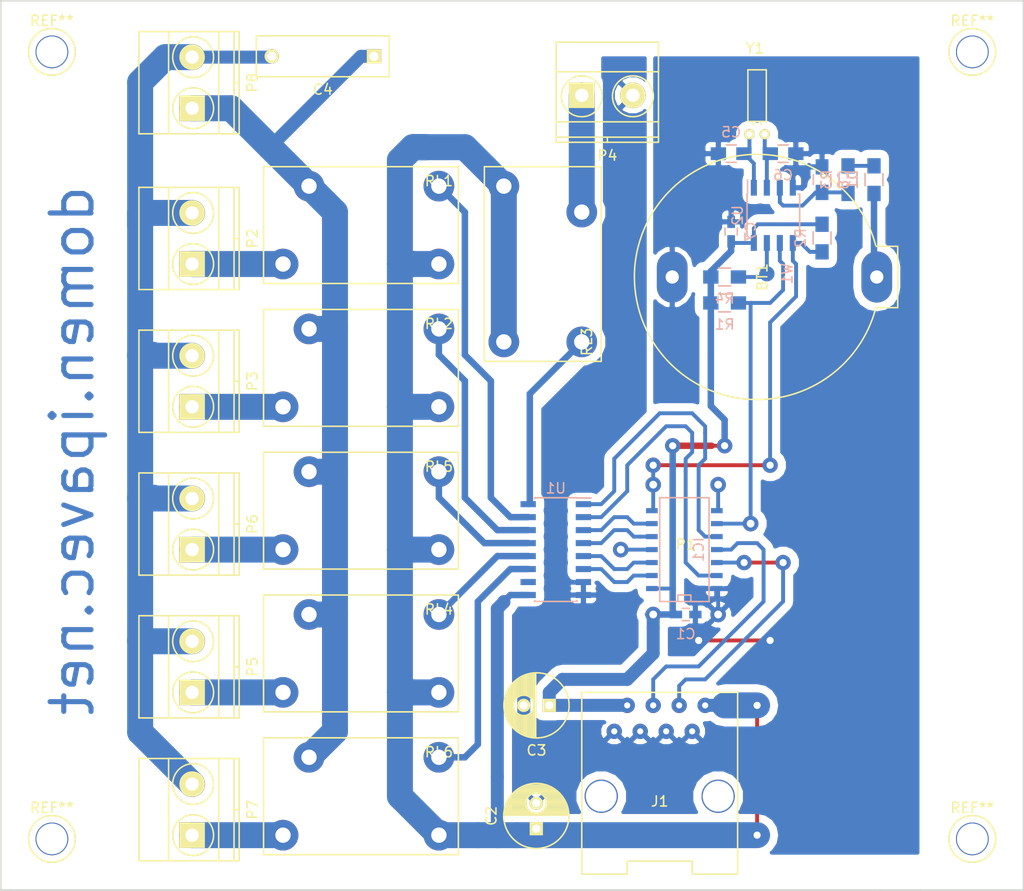
<source format=kicad_pcb>
(kicad_pcb (version 4) (host pcbnew 4.0.4+e1-6308~48~ubuntu16.04.1-stable)

  (general
    (links 85)
    (no_connects 0)
    (area 73.924999 45.924999 174.075001 133.075001)
    (thickness 1.6)
    (drawings 13)
    (tracks 288)
    (zones 0)
    (modules 38)
    (nets 37)
  )

  (page A4)
  (layers
    (0 F.Cu signal)
    (31 B.Cu signal)
    (32 B.Adhes user)
    (33 F.Adhes user)
    (34 B.Paste user)
    (35 F.Paste user)
    (36 B.SilkS user)
    (37 F.SilkS user)
    (38 B.Mask user)
    (39 F.Mask user)
    (40 Dwgs.User user)
    (41 Cmts.User user)
    (42 Eco1.User user)
    (43 Eco2.User user)
    (44 Edge.Cuts user)
    (45 Margin user)
    (46 B.CrtYd user)
    (47 F.CrtYd user)
    (48 B.Fab user)
    (49 F.Fab user)
  )

  (setup
    (last_trace_width 0.381)
    (user_trace_width 0.381)
    (user_trace_width 0.635)
    (user_trace_width 1.27)
    (user_trace_width 2.54)
    (trace_clearance 0.381)
    (zone_clearance 0.8)
    (zone_45_only no)
    (trace_min 0.2)
    (segment_width 0.2)
    (edge_width 0.15)
    (via_size 1.5)
    (via_drill 0.7)
    (via_min_size 0.4)
    (via_min_drill 0.3)
    (uvia_size 0.3)
    (uvia_drill 0.1)
    (uvias_allowed no)
    (uvia_min_size 0.2)
    (uvia_min_drill 0.1)
    (pcb_text_width 0.3)
    (pcb_text_size 1.5 1.5)
    (mod_edge_width 0.15)
    (mod_text_size 1 1)
    (mod_text_width 0.15)
    (pad_size 3.2 3.2)
    (pad_drill 3)
    (pad_to_mask_clearance 0.2)
    (aux_axis_origin 0 0)
    (visible_elements FFFFFF7F)
    (pcbplotparams
      (layerselection 0x00000_80000000)
      (usegerberextensions false)
      (excludeedgelayer false)
      (linewidth 0.100000)
      (plotframeref false)
      (viasonmask false)
      (mode 1)
      (useauxorigin false)
      (hpglpennumber 1)
      (hpglpenspeed 20)
      (hpglpendiameter 15)
      (hpglpenoverlay 2)
      (psnegative false)
      (psa4output false)
      (plotreference false)
      (plotvalue false)
      (plotinvisibletext false)
      (padsonsilk false)
      (subtractmaskfromsilk false)
      (outputformat 5)
      (mirror false)
      (drillshape 1)
      (scaleselection 1)
      (outputdirectory ""))
  )

  (net 0 "")
  (net 1 +5V)
  (net 2 GND)
  (net 3 +12V)
  (net 4 HT)
  (net 5 GNDPWR)
  (net 6 AVR_R4)
  (net 7 AVR_R5)
  (net 8 AVR_RESET)
  (net 9 AVR_R6)
  (net 10 AVR_R3)
  (net 11 AVR_MOSI)
  (net 12 AVR_MISO)
  (net 13 AVR_SCK)
  (net 14 RXD)
  (net 15 AVR_R2)
  (net 16 AVR_R1)
  (net 17 "Net-(P2-Pad1)")
  (net 18 "Net-(P3-Pad1)")
  (net 19 "Net-(P4-Pad1)")
  (net 20 "Net-(P5-Pad1)")
  (net 21 "Net-(P6-Pad1)")
  (net 22 "Net-(P7-Pad1)")
  (net 23 R2)
  (net 24 R3)
  (net 25 R1)
  (net 26 R5)
  (net 27 R4)
  (net 28 R6)
  (net 29 "Net-(U1-Pad10)")
  (net 30 "Net-(BT1-Pad1)")
  (net 31 "Net-(C5-Pad1)")
  (net 32 "Net-(C6-Pad1)")
  (net 33 "Net-(C8-Pad1)")
  (net 34 "Net-(D1-Pad1)")
  (net 35 TXD)
  (net 36 "Net-(R4-Pad2)")

  (net_class Default "This is the default net class."
    (clearance 0.381)
    (trace_width 0.25)
    (via_dia 1.5)
    (via_drill 0.7)
    (uvia_dia 0.3)
    (uvia_drill 0.1)
    (add_net +12V)
    (add_net +5V)
    (add_net AVR_MISO)
    (add_net AVR_MOSI)
    (add_net AVR_R1)
    (add_net AVR_R2)
    (add_net AVR_R3)
    (add_net AVR_R4)
    (add_net AVR_R5)
    (add_net AVR_R6)
    (add_net AVR_RESET)
    (add_net AVR_SCK)
    (add_net GND)
    (add_net GNDPWR)
    (add_net HT)
    (add_net "Net-(BT1-Pad1)")
    (add_net "Net-(C5-Pad1)")
    (add_net "Net-(C6-Pad1)")
    (add_net "Net-(C8-Pad1)")
    (add_net "Net-(D1-Pad1)")
    (add_net "Net-(P2-Pad1)")
    (add_net "Net-(P3-Pad1)")
    (add_net "Net-(P4-Pad1)")
    (add_net "Net-(P5-Pad1)")
    (add_net "Net-(P6-Pad1)")
    (add_net "Net-(P7-Pad1)")
    (add_net "Net-(R4-Pad2)")
    (add_net "Net-(U1-Pad10)")
    (add_net R1)
    (add_net R2)
    (add_net R3)
    (add_net R4)
    (add_net R5)
    (add_net R6)
    (add_net RXD)
    (add_net TXD)
  )

  (module Connect:1pin (layer F.Cu) (tedit 57EBD226) (tstamp 57E9822C)
    (at 79 51)
    (descr "module 1 pin (ou trou mecanique de percage)")
    (tags DEV)
    (fp_text reference REF** (at 0 -3.048) (layer F.SilkS)
      (effects (font (size 1 1) (thickness 0.15)))
    )
    (fp_text value 1pin (at 0 2.794) (layer F.Fab)
      (effects (font (size 1 1) (thickness 0.15)))
    )
    (fp_circle (center 0 0) (end 0 -2.286) (layer F.SilkS) (width 0.15))
    (pad "" np_thru_hole circle (at 0 0) (size 3.2 3.2) (drill 3) (layers *.Cu *.Mask))
  )

  (module Connect:1pin (layer F.Cu) (tedit 57EBD21F) (tstamp 57E9821A)
    (at 79 128)
    (descr "module 1 pin (ou trou mecanique de percage)")
    (tags DEV)
    (fp_text reference REF** (at 0 -3.048) (layer F.SilkS)
      (effects (font (size 1 1) (thickness 0.15)))
    )
    (fp_text value 1pin (at 0 2.794) (layer F.Fab)
      (effects (font (size 1 1) (thickness 0.15)))
    )
    (fp_circle (center 0 0) (end 0 -2.286) (layer F.SilkS) (width 0.15))
    (pad "" np_thru_hole circle (at 0 0) (size 3.2 3.2) (drill 3) (layers *.Cu *.Mask))
  )

  (module Connect:1pin (layer F.Cu) (tedit 57EBD218) (tstamp 57E98206)
    (at 169 128)
    (descr "module 1 pin (ou trou mecanique de percage)")
    (tags DEV)
    (fp_text reference REF** (at 0 -3.048) (layer F.SilkS)
      (effects (font (size 1 1) (thickness 0.15)))
    )
    (fp_text value 1pin (at 0 2.794) (layer F.Fab)
      (effects (font (size 1 1) (thickness 0.15)))
    )
    (fp_circle (center 0 0) (end 0 -2.286) (layer F.SilkS) (width 0.15))
    (pad "" np_thru_hole circle (at 0 0) (size 3.2 3.2) (drill 3) (layers *.Cu *.Mask))
  )

  (module Capacitors_SMD:C_0603_HandSoldering (layer B.Cu) (tedit 541A9B4D) (tstamp 57E97552)
    (at 140.97 106.045)
    (descr "Capacitor SMD 0603, hand soldering")
    (tags "capacitor 0603")
    (path /57E96A3F)
    (attr smd)
    (fp_text reference C1 (at 0 1.9) (layer B.SilkS)
      (effects (font (size 1 1) (thickness 0.15)) (justify mirror))
    )
    (fp_text value 100nF (at 0 -1.9) (layer B.Fab)
      (effects (font (size 1 1) (thickness 0.15)) (justify mirror))
    )
    (fp_line (start -1.85 0.75) (end 1.85 0.75) (layer B.CrtYd) (width 0.05))
    (fp_line (start -1.85 -0.75) (end 1.85 -0.75) (layer B.CrtYd) (width 0.05))
    (fp_line (start -1.85 0.75) (end -1.85 -0.75) (layer B.CrtYd) (width 0.05))
    (fp_line (start 1.85 0.75) (end 1.85 -0.75) (layer B.CrtYd) (width 0.05))
    (fp_line (start -0.35 0.6) (end 0.35 0.6) (layer B.SilkS) (width 0.15))
    (fp_line (start 0.35 -0.6) (end -0.35 -0.6) (layer B.SilkS) (width 0.15))
    (pad 1 smd rect (at -0.95 0) (size 1.2 0.75) (layers B.Cu B.Paste B.Mask)
      (net 1 +5V))
    (pad 2 smd rect (at 0.95 0) (size 1.2 0.75) (layers B.Cu B.Paste B.Mask)
      (net 2 GND))
    (model Capacitors_SMD.3dshapes/C_0603_HandSoldering.wrl
      (at (xyz 0 0 0))
      (scale (xyz 1 1 1))
      (rotate (xyz 0 0 0))
    )
  )

  (module Capacitors_ThroughHole:C_Rect_L13_W4_P10 (layer F.Cu) (tedit 0) (tstamp 57E97564)
    (at 110.49 51.435 180)
    (descr "Film Capacitor Length 13 x Width 4mm, Pitch 10mm")
    (tags Capacitor)
    (path /57E98D23)
    (fp_text reference C4 (at 5 -3.25 180) (layer F.SilkS)
      (effects (font (size 1 1) (thickness 0.15)))
    )
    (fp_text value 33nF (at 5 3.25 180) (layer F.Fab)
      (effects (font (size 1 1) (thickness 0.15)))
    )
    (fp_line (start -1.75 -2.25) (end 11.75 -2.25) (layer F.CrtYd) (width 0.05))
    (fp_line (start 11.75 -2.25) (end 11.75 2.25) (layer F.CrtYd) (width 0.05))
    (fp_line (start 11.75 2.25) (end -1.75 2.25) (layer F.CrtYd) (width 0.05))
    (fp_line (start -1.75 2.25) (end -1.75 -2.25) (layer F.CrtYd) (width 0.05))
    (fp_line (start -1.5 -2) (end 11.5 -2) (layer F.SilkS) (width 0.15))
    (fp_line (start 11.5 -2) (end 11.5 2) (layer F.SilkS) (width 0.15))
    (fp_line (start 11.5 2) (end -1.5 2) (layer F.SilkS) (width 0.15))
    (fp_line (start -1.5 2) (end -1.5 -2) (layer F.SilkS) (width 0.15))
    (pad 1 thru_hole rect (at 0 0 180) (size 1.4 1.4) (drill 0.9) (layers *.Cu *.Mask F.SilkS)
      (net 4 HT))
    (pad 2 thru_hole circle (at 10 0 180) (size 1.4 1.4) (drill 0.9) (layers *.Cu *.Mask F.SilkS)
      (net 5 GNDPWR))
    (model Capacitors_ThroughHole.3dshapes/C_Rect_L13_W4_P10.wrl
      (at (xyz 0 0 0))
      (scale (xyz 1 1 1))
      (rotate (xyz 0 0 0))
    )
  )

  (module SMD_Packages:SOIC-14_N (layer B.Cu) (tedit 0) (tstamp 57E97576)
    (at 140.97 99.695 90)
    (descr "Module CMS SOJ 14 pins Large")
    (tags "CMS SOJ")
    (path /57E96A12)
    (attr smd)
    (fp_text reference IC1 (at 0 1.27 90) (layer B.SilkS)
      (effects (font (size 1 1) (thickness 0.15)) (justify mirror))
    )
    (fp_text value ATTINY841-SSU (at 0 -1.27 90) (layer B.Fab)
      (effects (font (size 1 1) (thickness 0.15)) (justify mirror))
    )
    (fp_line (start 5.08 2.286) (end 5.08 -2.54) (layer B.SilkS) (width 0.15))
    (fp_line (start 5.08 -2.54) (end -5.08 -2.54) (layer B.SilkS) (width 0.15))
    (fp_line (start -5.08 -2.54) (end -5.08 2.286) (layer B.SilkS) (width 0.15))
    (fp_line (start -5.08 2.286) (end 5.08 2.286) (layer B.SilkS) (width 0.15))
    (fp_line (start -5.08 0.508) (end -4.445 0.508) (layer B.SilkS) (width 0.15))
    (fp_line (start -4.445 0.508) (end -4.445 -0.762) (layer B.SilkS) (width 0.15))
    (fp_line (start -4.445 -0.762) (end -5.08 -0.762) (layer B.SilkS) (width 0.15))
    (pad 1 smd rect (at -3.81 -3.302 90) (size 0.508 1.143) (layers B.Cu B.Paste B.Mask)
      (net 1 +5V))
    (pad 2 smd rect (at -2.54 -3.302 90) (size 0.508 1.143) (layers B.Cu B.Paste B.Mask)
      (net 9 AVR_R6))
    (pad 3 smd rect (at -1.27 -3.302 90) (size 0.508 1.143) (layers B.Cu B.Paste B.Mask)
      (net 7 AVR_R5))
    (pad 4 smd rect (at 0 -3.302 90) (size 0.508 1.143) (layers B.Cu B.Paste B.Mask)
      (net 8 AVR_RESET))
    (pad 5 smd rect (at 1.27 -3.302 90) (size 0.508 1.143) (layers B.Cu B.Paste B.Mask)
      (net 6 AVR_R4))
    (pad 6 smd rect (at 2.54 -3.302 90) (size 0.508 1.143) (layers B.Cu B.Paste B.Mask)
      (net 10 AVR_R3))
    (pad 7 smd rect (at 3.81 -3.302 90) (size 0.508 1.143) (layers B.Cu B.Paste B.Mask)
      (net 11 AVR_MOSI))
    (pad 8 smd rect (at 3.81 3.048 90) (size 0.508 1.143) (layers B.Cu B.Paste B.Mask)
      (net 12 AVR_MISO))
    (pad 9 smd rect (at 2.54 3.048 90) (size 0.508 1.143) (layers B.Cu B.Paste B.Mask)
      (net 13 AVR_SCK))
    (pad 11 smd rect (at 0 3.048 90) (size 0.508 1.143) (layers B.Cu B.Paste B.Mask)
      (net 14 RXD))
    (pad 12 smd rect (at -1.27 3.048 90) (size 0.508 1.143) (layers B.Cu B.Paste B.Mask)
      (net 35 TXD))
    (pad 13 smd rect (at -2.54 3.048 90) (size 0.508 1.143) (layers B.Cu B.Paste B.Mask)
      (net 15 AVR_R2))
    (pad 14 smd rect (at -3.81 3.048 90) (size 0.508 1.143) (layers B.Cu B.Paste B.Mask)
      (net 2 GND))
    (pad 10 smd rect (at 1.27 3.048 90) (size 0.508 1.143) (layers B.Cu B.Paste B.Mask)
      (net 16 AVR_R1))
    (model SMD_Packages.3dshapes/SOIC-14_N.wrl
      (at (xyz 0 0 0))
      (scale (xyz 0.5 0.4 0.5))
      (rotate (xyz 0 0 0))
    )
  )

  (module attiny841-spi:ATTINY841-SPI (layer F.Cu) (tedit 57C2806E) (tstamp 57E9758E)
    (at 140.97 99.695 180)
    (path /57E96C9E)
    (fp_text reference P1 (at 0 0.5 180) (layer F.SilkS)
      (effects (font (size 1 1) (thickness 0.15)))
    )
    (fp_text value CONN_01X06 (at 0 -0.5 180) (layer F.Fab)
      (effects (font (size 1 1) (thickness 0.15)))
    )
    (pad 1 thru_hole circle (at -3.175 6.35 180) (size 1.524 1.524) (drill 0.762) (layers *.Cu *.Mask)
      (net 12 AVR_MISO))
    (pad 4 thru_hole circle (at 3.175 6.35 180) (size 1.524 1.524) (drill 0.762) (layers *.Cu *.Mask)
      (net 11 AVR_MOSI))
    (pad 2 thru_hole circle (at 3.175 -6.35 180) (size 1.524 1.524) (drill 0.762) (layers *.Cu *.Mask)
      (net 1 +5V))
    (pad 6 thru_hole circle (at -3.175 -6.35 180) (size 1.524 1.524) (drill 0.762) (layers *.Cu *.Mask)
      (net 2 GND))
    (pad 5 thru_hole circle (at 6.35 0 180) (size 1.524 1.524) (drill 0.762) (layers *.Cu *.Mask)
      (net 8 AVR_RESET))
    (pad 3 thru_hole circle (at -6.35 2.54 180) (size 1.524 1.524) (drill 0.762) (layers *.Cu *.Mask)
      (net 13 AVR_SCK))
  )

  (module Terminal_Blocks:TerminalBlock_Pheonix_MKDS1.5-2pol (layer F.Cu) (tedit 563007E4) (tstamp 57E97594)
    (at 92.71 71.755 90)
    (descr "2-way 5mm pitch terminal block, Phoenix MKDS series")
    (path /57E98A53)
    (fp_text reference P2 (at 2.5 5.9 90) (layer F.SilkS)
      (effects (font (size 1 1) (thickness 0.15)))
    )
    (fp_text value CONN_01X02 (at 2.5 -6.6 90) (layer F.Fab)
      (effects (font (size 1 1) (thickness 0.15)))
    )
    (fp_line (start -2.7 -5.4) (end 7.7 -5.4) (layer F.CrtYd) (width 0.05))
    (fp_line (start -2.7 4.8) (end -2.7 -5.4) (layer F.CrtYd) (width 0.05))
    (fp_line (start 7.7 4.8) (end -2.7 4.8) (layer F.CrtYd) (width 0.05))
    (fp_line (start 7.7 -5.4) (end 7.7 4.8) (layer F.CrtYd) (width 0.05))
    (fp_line (start 2.5 4.1) (end 2.5 4.6) (layer F.SilkS) (width 0.15))
    (fp_circle (center 5 0.1) (end 3 0.1) (layer F.SilkS) (width 0.15))
    (fp_circle (center 0 0.1) (end 2 0.1) (layer F.SilkS) (width 0.15))
    (fp_line (start -2.5 2.6) (end 7.5 2.6) (layer F.SilkS) (width 0.15))
    (fp_line (start -2.5 -2.3) (end 7.5 -2.3) (layer F.SilkS) (width 0.15))
    (fp_line (start -2.5 4.1) (end 7.5 4.1) (layer F.SilkS) (width 0.15))
    (fp_line (start -2.5 4.6) (end 7.5 4.6) (layer F.SilkS) (width 0.15))
    (fp_line (start 7.5 4.6) (end 7.5 -5.2) (layer F.SilkS) (width 0.15))
    (fp_line (start 7.5 -5.2) (end -2.5 -5.2) (layer F.SilkS) (width 0.15))
    (fp_line (start -2.5 -5.2) (end -2.5 4.6) (layer F.SilkS) (width 0.15))
    (pad 1 thru_hole rect (at 0 0 90) (size 2.5 2.5) (drill 1.3) (layers *.Cu *.Mask F.SilkS)
      (net 17 "Net-(P2-Pad1)"))
    (pad 2 thru_hole circle (at 5 0 90) (size 2.5 2.5) (drill 1.3) (layers *.Cu *.Mask F.SilkS)
      (net 5 GNDPWR))
    (model Terminal_Blocks.3dshapes/TerminalBlock_Pheonix_MKDS1.5-2pol.wrl
      (at (xyz 0.0984 0 0))
      (scale (xyz 1 1 1))
      (rotate (xyz 0 0 0))
    )
  )

  (module Terminal_Blocks:TerminalBlock_Pheonix_MKDS1.5-2pol (layer F.Cu) (tedit 563007E4) (tstamp 57E9759A)
    (at 92.71 85.725 90)
    (descr "2-way 5mm pitch terminal block, Phoenix MKDS series")
    (path /57E98AFD)
    (fp_text reference P3 (at 2.5 5.9 90) (layer F.SilkS)
      (effects (font (size 1 1) (thickness 0.15)))
    )
    (fp_text value CONN_01X02 (at 2.5 -6.6 90) (layer F.Fab)
      (effects (font (size 1 1) (thickness 0.15)))
    )
    (fp_line (start -2.7 -5.4) (end 7.7 -5.4) (layer F.CrtYd) (width 0.05))
    (fp_line (start -2.7 4.8) (end -2.7 -5.4) (layer F.CrtYd) (width 0.05))
    (fp_line (start 7.7 4.8) (end -2.7 4.8) (layer F.CrtYd) (width 0.05))
    (fp_line (start 7.7 -5.4) (end 7.7 4.8) (layer F.CrtYd) (width 0.05))
    (fp_line (start 2.5 4.1) (end 2.5 4.6) (layer F.SilkS) (width 0.15))
    (fp_circle (center 5 0.1) (end 3 0.1) (layer F.SilkS) (width 0.15))
    (fp_circle (center 0 0.1) (end 2 0.1) (layer F.SilkS) (width 0.15))
    (fp_line (start -2.5 2.6) (end 7.5 2.6) (layer F.SilkS) (width 0.15))
    (fp_line (start -2.5 -2.3) (end 7.5 -2.3) (layer F.SilkS) (width 0.15))
    (fp_line (start -2.5 4.1) (end 7.5 4.1) (layer F.SilkS) (width 0.15))
    (fp_line (start -2.5 4.6) (end 7.5 4.6) (layer F.SilkS) (width 0.15))
    (fp_line (start 7.5 4.6) (end 7.5 -5.2) (layer F.SilkS) (width 0.15))
    (fp_line (start 7.5 -5.2) (end -2.5 -5.2) (layer F.SilkS) (width 0.15))
    (fp_line (start -2.5 -5.2) (end -2.5 4.6) (layer F.SilkS) (width 0.15))
    (pad 1 thru_hole rect (at 0 0 90) (size 2.5 2.5) (drill 1.3) (layers *.Cu *.Mask F.SilkS)
      (net 18 "Net-(P3-Pad1)"))
    (pad 2 thru_hole circle (at 5 0 90) (size 2.5 2.5) (drill 1.3) (layers *.Cu *.Mask F.SilkS)
      (net 5 GNDPWR))
    (model Terminal_Blocks.3dshapes/TerminalBlock_Pheonix_MKDS1.5-2pol.wrl
      (at (xyz 0.0984 0 0))
      (scale (xyz 1 1 1))
      (rotate (xyz 0 0 0))
    )
  )

  (module Terminal_Blocks:TerminalBlock_Pheonix_MKDS1.5-2pol (layer F.Cu) (tedit 563007E4) (tstamp 57E975A0)
    (at 130.81 55.245)
    (descr "2-way 5mm pitch terminal block, Phoenix MKDS series")
    (path /57E97C05)
    (fp_text reference P4 (at 2.5 5.9) (layer F.SilkS)
      (effects (font (size 1 1) (thickness 0.15)))
    )
    (fp_text value CONN_01X02 (at 2.5 -6.6) (layer F.Fab)
      (effects (font (size 1 1) (thickness 0.15)))
    )
    (fp_line (start -2.7 -5.4) (end 7.7 -5.4) (layer F.CrtYd) (width 0.05))
    (fp_line (start -2.7 4.8) (end -2.7 -5.4) (layer F.CrtYd) (width 0.05))
    (fp_line (start 7.7 4.8) (end -2.7 4.8) (layer F.CrtYd) (width 0.05))
    (fp_line (start 7.7 -5.4) (end 7.7 4.8) (layer F.CrtYd) (width 0.05))
    (fp_line (start 2.5 4.1) (end 2.5 4.6) (layer F.SilkS) (width 0.15))
    (fp_circle (center 5 0.1) (end 3 0.1) (layer F.SilkS) (width 0.15))
    (fp_circle (center 0 0.1) (end 2 0.1) (layer F.SilkS) (width 0.15))
    (fp_line (start -2.5 2.6) (end 7.5 2.6) (layer F.SilkS) (width 0.15))
    (fp_line (start -2.5 -2.3) (end 7.5 -2.3) (layer F.SilkS) (width 0.15))
    (fp_line (start -2.5 4.1) (end 7.5 4.1) (layer F.SilkS) (width 0.15))
    (fp_line (start -2.5 4.6) (end 7.5 4.6) (layer F.SilkS) (width 0.15))
    (fp_line (start 7.5 4.6) (end 7.5 -5.2) (layer F.SilkS) (width 0.15))
    (fp_line (start 7.5 -5.2) (end -2.5 -5.2) (layer F.SilkS) (width 0.15))
    (fp_line (start -2.5 -5.2) (end -2.5 4.6) (layer F.SilkS) (width 0.15))
    (pad 1 thru_hole rect (at 0 0) (size 2.5 2.5) (drill 1.3) (layers *.Cu *.Mask F.SilkS)
      (net 19 "Net-(P4-Pad1)"))
    (pad 2 thru_hole circle (at 5 0) (size 2.5 2.5) (drill 1.3) (layers *.Cu *.Mask F.SilkS)
      (net 2 GND))
    (model Terminal_Blocks.3dshapes/TerminalBlock_Pheonix_MKDS1.5-2pol.wrl
      (at (xyz 0.0984 0 0))
      (scale (xyz 1 1 1))
      (rotate (xyz 0 0 0))
    )
  )

  (module Terminal_Blocks:TerminalBlock_Pheonix_MKDS1.5-2pol (layer F.Cu) (tedit 563007E4) (tstamp 57E975A6)
    (at 92.71 113.665 90)
    (descr "2-way 5mm pitch terminal block, Phoenix MKDS series")
    (path /57E98879)
    (fp_text reference P5 (at 2.5 5.9 90) (layer F.SilkS)
      (effects (font (size 1 1) (thickness 0.15)))
    )
    (fp_text value CONN_01X02 (at 2.5 -6.6 90) (layer F.Fab)
      (effects (font (size 1 1) (thickness 0.15)))
    )
    (fp_line (start -2.7 -5.4) (end 7.7 -5.4) (layer F.CrtYd) (width 0.05))
    (fp_line (start -2.7 4.8) (end -2.7 -5.4) (layer F.CrtYd) (width 0.05))
    (fp_line (start 7.7 4.8) (end -2.7 4.8) (layer F.CrtYd) (width 0.05))
    (fp_line (start 7.7 -5.4) (end 7.7 4.8) (layer F.CrtYd) (width 0.05))
    (fp_line (start 2.5 4.1) (end 2.5 4.6) (layer F.SilkS) (width 0.15))
    (fp_circle (center 5 0.1) (end 3 0.1) (layer F.SilkS) (width 0.15))
    (fp_circle (center 0 0.1) (end 2 0.1) (layer F.SilkS) (width 0.15))
    (fp_line (start -2.5 2.6) (end 7.5 2.6) (layer F.SilkS) (width 0.15))
    (fp_line (start -2.5 -2.3) (end 7.5 -2.3) (layer F.SilkS) (width 0.15))
    (fp_line (start -2.5 4.1) (end 7.5 4.1) (layer F.SilkS) (width 0.15))
    (fp_line (start -2.5 4.6) (end 7.5 4.6) (layer F.SilkS) (width 0.15))
    (fp_line (start 7.5 4.6) (end 7.5 -5.2) (layer F.SilkS) (width 0.15))
    (fp_line (start 7.5 -5.2) (end -2.5 -5.2) (layer F.SilkS) (width 0.15))
    (fp_line (start -2.5 -5.2) (end -2.5 4.6) (layer F.SilkS) (width 0.15))
    (pad 1 thru_hole rect (at 0 0 90) (size 2.5 2.5) (drill 1.3) (layers *.Cu *.Mask F.SilkS)
      (net 20 "Net-(P5-Pad1)"))
    (pad 2 thru_hole circle (at 5 0 90) (size 2.5 2.5) (drill 1.3) (layers *.Cu *.Mask F.SilkS)
      (net 5 GNDPWR))
    (model Terminal_Blocks.3dshapes/TerminalBlock_Pheonix_MKDS1.5-2pol.wrl
      (at (xyz 0.0984 0 0))
      (scale (xyz 1 1 1))
      (rotate (xyz 0 0 0))
    )
  )

  (module Terminal_Blocks:TerminalBlock_Pheonix_MKDS1.5-2pol (layer F.Cu) (tedit 563007E4) (tstamp 57E975AC)
    (at 92.71 99.695 90)
    (descr "2-way 5mm pitch terminal block, Phoenix MKDS series")
    (path /57E98252)
    (fp_text reference P6 (at 2.5 5.9 90) (layer F.SilkS)
      (effects (font (size 1 1) (thickness 0.15)))
    )
    (fp_text value CONN_01X02 (at 2.5 -6.6 90) (layer F.Fab)
      (effects (font (size 1 1) (thickness 0.15)))
    )
    (fp_line (start -2.7 -5.4) (end 7.7 -5.4) (layer F.CrtYd) (width 0.05))
    (fp_line (start -2.7 4.8) (end -2.7 -5.4) (layer F.CrtYd) (width 0.05))
    (fp_line (start 7.7 4.8) (end -2.7 4.8) (layer F.CrtYd) (width 0.05))
    (fp_line (start 7.7 -5.4) (end 7.7 4.8) (layer F.CrtYd) (width 0.05))
    (fp_line (start 2.5 4.1) (end 2.5 4.6) (layer F.SilkS) (width 0.15))
    (fp_circle (center 5 0.1) (end 3 0.1) (layer F.SilkS) (width 0.15))
    (fp_circle (center 0 0.1) (end 2 0.1) (layer F.SilkS) (width 0.15))
    (fp_line (start -2.5 2.6) (end 7.5 2.6) (layer F.SilkS) (width 0.15))
    (fp_line (start -2.5 -2.3) (end 7.5 -2.3) (layer F.SilkS) (width 0.15))
    (fp_line (start -2.5 4.1) (end 7.5 4.1) (layer F.SilkS) (width 0.15))
    (fp_line (start -2.5 4.6) (end 7.5 4.6) (layer F.SilkS) (width 0.15))
    (fp_line (start 7.5 4.6) (end 7.5 -5.2) (layer F.SilkS) (width 0.15))
    (fp_line (start 7.5 -5.2) (end -2.5 -5.2) (layer F.SilkS) (width 0.15))
    (fp_line (start -2.5 -5.2) (end -2.5 4.6) (layer F.SilkS) (width 0.15))
    (pad 1 thru_hole rect (at 0 0 90) (size 2.5 2.5) (drill 1.3) (layers *.Cu *.Mask F.SilkS)
      (net 21 "Net-(P6-Pad1)"))
    (pad 2 thru_hole circle (at 5 0 90) (size 2.5 2.5) (drill 1.3) (layers *.Cu *.Mask F.SilkS)
      (net 5 GNDPWR))
    (model Terminal_Blocks.3dshapes/TerminalBlock_Pheonix_MKDS1.5-2pol.wrl
      (at (xyz 0.0984 0 0))
      (scale (xyz 1 1 1))
      (rotate (xyz 0 0 0))
    )
  )

  (module Terminal_Blocks:TerminalBlock_Pheonix_MKDS1.5-2pol (layer F.Cu) (tedit 563007E4) (tstamp 57E975B2)
    (at 92.71 127.635 90)
    (descr "2-way 5mm pitch terminal block, Phoenix MKDS series")
    (path /57E9896F)
    (fp_text reference P7 (at 2.5 5.9 90) (layer F.SilkS)
      (effects (font (size 1 1) (thickness 0.15)))
    )
    (fp_text value CONN_01X02 (at 2.5 -6.6 90) (layer F.Fab)
      (effects (font (size 1 1) (thickness 0.15)))
    )
    (fp_line (start -2.7 -5.4) (end 7.7 -5.4) (layer F.CrtYd) (width 0.05))
    (fp_line (start -2.7 4.8) (end -2.7 -5.4) (layer F.CrtYd) (width 0.05))
    (fp_line (start 7.7 4.8) (end -2.7 4.8) (layer F.CrtYd) (width 0.05))
    (fp_line (start 7.7 -5.4) (end 7.7 4.8) (layer F.CrtYd) (width 0.05))
    (fp_line (start 2.5 4.1) (end 2.5 4.6) (layer F.SilkS) (width 0.15))
    (fp_circle (center 5 0.1) (end 3 0.1) (layer F.SilkS) (width 0.15))
    (fp_circle (center 0 0.1) (end 2 0.1) (layer F.SilkS) (width 0.15))
    (fp_line (start -2.5 2.6) (end 7.5 2.6) (layer F.SilkS) (width 0.15))
    (fp_line (start -2.5 -2.3) (end 7.5 -2.3) (layer F.SilkS) (width 0.15))
    (fp_line (start -2.5 4.1) (end 7.5 4.1) (layer F.SilkS) (width 0.15))
    (fp_line (start -2.5 4.6) (end 7.5 4.6) (layer F.SilkS) (width 0.15))
    (fp_line (start 7.5 4.6) (end 7.5 -5.2) (layer F.SilkS) (width 0.15))
    (fp_line (start 7.5 -5.2) (end -2.5 -5.2) (layer F.SilkS) (width 0.15))
    (fp_line (start -2.5 -5.2) (end -2.5 4.6) (layer F.SilkS) (width 0.15))
    (pad 1 thru_hole rect (at 0 0 90) (size 2.5 2.5) (drill 1.3) (layers *.Cu *.Mask F.SilkS)
      (net 22 "Net-(P7-Pad1)"))
    (pad 2 thru_hole circle (at 5 0 90) (size 2.5 2.5) (drill 1.3) (layers *.Cu *.Mask F.SilkS)
      (net 5 GNDPWR))
    (model Terminal_Blocks.3dshapes/TerminalBlock_Pheonix_MKDS1.5-2pol.wrl
      (at (xyz 0.0984 0 0))
      (scale (xyz 1 1 1))
      (rotate (xyz 0 0 0))
    )
  )

  (module Terminal_Blocks:TerminalBlock_Pheonix_MKDS1.5-2pol (layer F.Cu) (tedit 563007E4) (tstamp 57E975B8)
    (at 92.71 56.515 90)
    (descr "2-way 5mm pitch terminal block, Phoenix MKDS series")
    (path /57E978C5)
    (fp_text reference P8 (at 2.5 5.9 90) (layer F.SilkS)
      (effects (font (size 1 1) (thickness 0.15)))
    )
    (fp_text value CONN_01X02 (at 2.5 -6.6 90) (layer F.Fab)
      (effects (font (size 1 1) (thickness 0.15)))
    )
    (fp_line (start -2.7 -5.4) (end 7.7 -5.4) (layer F.CrtYd) (width 0.05))
    (fp_line (start -2.7 4.8) (end -2.7 -5.4) (layer F.CrtYd) (width 0.05))
    (fp_line (start 7.7 4.8) (end -2.7 4.8) (layer F.CrtYd) (width 0.05))
    (fp_line (start 7.7 -5.4) (end 7.7 4.8) (layer F.CrtYd) (width 0.05))
    (fp_line (start 2.5 4.1) (end 2.5 4.6) (layer F.SilkS) (width 0.15))
    (fp_circle (center 5 0.1) (end 3 0.1) (layer F.SilkS) (width 0.15))
    (fp_circle (center 0 0.1) (end 2 0.1) (layer F.SilkS) (width 0.15))
    (fp_line (start -2.5 2.6) (end 7.5 2.6) (layer F.SilkS) (width 0.15))
    (fp_line (start -2.5 -2.3) (end 7.5 -2.3) (layer F.SilkS) (width 0.15))
    (fp_line (start -2.5 4.1) (end 7.5 4.1) (layer F.SilkS) (width 0.15))
    (fp_line (start -2.5 4.6) (end 7.5 4.6) (layer F.SilkS) (width 0.15))
    (fp_line (start 7.5 4.6) (end 7.5 -5.2) (layer F.SilkS) (width 0.15))
    (fp_line (start 7.5 -5.2) (end -2.5 -5.2) (layer F.SilkS) (width 0.15))
    (fp_line (start -2.5 -5.2) (end -2.5 4.6) (layer F.SilkS) (width 0.15))
    (pad 1 thru_hole rect (at 0 0 90) (size 2.5 2.5) (drill 1.3) (layers *.Cu *.Mask F.SilkS)
      (net 4 HT))
    (pad 2 thru_hole circle (at 5 0 90) (size 2.5 2.5) (drill 1.3) (layers *.Cu *.Mask F.SilkS)
      (net 5 GNDPWR))
    (model Terminal_Blocks.3dshapes/TerminalBlock_Pheonix_MKDS1.5-2pol.wrl
      (at (xyz 0.0984 0 0))
      (scale (xyz 1 1 1))
      (rotate (xyz 0 0 0))
    )
  )

  (module relay:relay (layer F.Cu) (tedit 57E97497) (tstamp 57E975C0)
    (at 116.84 64.135 180)
    (path /57E98A5A)
    (fp_text reference RL1 (at 0 0.5 180) (layer F.SilkS)
      (effects (font (size 1 1) (thickness 0.15)))
    )
    (fp_text value FINDER-32.21-x300 (at 0 -0.5 180) (layer F.Fab)
      (effects (font (size 1 1) (thickness 0.15)))
    )
    (fp_line (start -1.905 1.905) (end 17.145 1.905) (layer F.SilkS) (width 0.15))
    (fp_line (start 17.145 1.905) (end 17.145 -9.525) (layer F.SilkS) (width 0.15))
    (fp_line (start 17.145 -9.525) (end -1.905 -9.525) (layer F.SilkS) (width 0.15))
    (fp_line (start -1.905 -9.525) (end -1.905 1.905) (layer F.SilkS) (width 0.15))
    (pad A2 thru_hole circle (at 0 0 180) (size 3 3) (drill 1.5) (layers *.Cu *.Mask)
      (net 23 R2))
    (pad A1 thru_hole circle (at 0 -7.62 180) (size 3 3) (drill 1.5) (layers *.Cu *.Mask)
      (net 3 +12V))
    (pad 11 thru_hole circle (at 15.24 -7.62 180) (size 3 3) (drill 1.5) (layers *.Cu *.Mask)
      (net 17 "Net-(P2-Pad1)"))
    (pad 14 thru_hole circle (at 12.7 0 180) (size 3 3) (drill 1.5) (layers *.Cu *.Mask)
      (net 4 HT))
  )

  (module relay:relay (layer F.Cu) (tedit 57E97497) (tstamp 57E975C8)
    (at 116.84 78.105 180)
    (path /57E98B04)
    (fp_text reference RL2 (at 0 0.5 180) (layer F.SilkS)
      (effects (font (size 1 1) (thickness 0.15)))
    )
    (fp_text value FINDER-32.21-x300 (at 0 -0.5 180) (layer F.Fab)
      (effects (font (size 1 1) (thickness 0.15)))
    )
    (fp_line (start -1.905 1.905) (end 17.145 1.905) (layer F.SilkS) (width 0.15))
    (fp_line (start 17.145 1.905) (end 17.145 -9.525) (layer F.SilkS) (width 0.15))
    (fp_line (start 17.145 -9.525) (end -1.905 -9.525) (layer F.SilkS) (width 0.15))
    (fp_line (start -1.905 -9.525) (end -1.905 1.905) (layer F.SilkS) (width 0.15))
    (pad A2 thru_hole circle (at 0 0 180) (size 3 3) (drill 1.5) (layers *.Cu *.Mask)
      (net 24 R3))
    (pad A1 thru_hole circle (at 0 -7.62 180) (size 3 3) (drill 1.5) (layers *.Cu *.Mask)
      (net 3 +12V))
    (pad 11 thru_hole circle (at 15.24 -7.62 180) (size 3 3) (drill 1.5) (layers *.Cu *.Mask)
      (net 18 "Net-(P3-Pad1)"))
    (pad 14 thru_hole circle (at 12.7 0 180) (size 3 3) (drill 1.5) (layers *.Cu *.Mask)
      (net 4 HT))
  )

  (module relay:relay (layer F.Cu) (tedit 57E97497) (tstamp 57E975D0)
    (at 130.81 79.375 90)
    (path /57E97037)
    (fp_text reference RL3 (at 0 0.5 90) (layer F.SilkS)
      (effects (font (size 1 1) (thickness 0.15)))
    )
    (fp_text value FINDER-32.21-x300 (at 0 -0.5 90) (layer F.Fab)
      (effects (font (size 1 1) (thickness 0.15)))
    )
    (fp_line (start -1.905 1.905) (end 17.145 1.905) (layer F.SilkS) (width 0.15))
    (fp_line (start 17.145 1.905) (end 17.145 -9.525) (layer F.SilkS) (width 0.15))
    (fp_line (start 17.145 -9.525) (end -1.905 -9.525) (layer F.SilkS) (width 0.15))
    (fp_line (start -1.905 -9.525) (end -1.905 1.905) (layer F.SilkS) (width 0.15))
    (pad A2 thru_hole circle (at 0 0 90) (size 3 3) (drill 1.5) (layers *.Cu *.Mask)
      (net 25 R1))
    (pad A1 thru_hole circle (at 0 -7.62 90) (size 3 3) (drill 1.5) (layers *.Cu *.Mask)
      (net 3 +12V))
    (pad 11 thru_hole circle (at 15.24 -7.62 90) (size 3 3) (drill 1.5) (layers *.Cu *.Mask)
      (net 3 +12V))
    (pad 14 thru_hole circle (at 12.7 0 90) (size 3 3) (drill 1.5) (layers *.Cu *.Mask)
      (net 19 "Net-(P4-Pad1)"))
  )

  (module relay:relay (layer F.Cu) (tedit 57E97497) (tstamp 57E975D8)
    (at 116.84 106.045 180)
    (path /57E98880)
    (fp_text reference RL4 (at 0 0.5 180) (layer F.SilkS)
      (effects (font (size 1 1) (thickness 0.15)))
    )
    (fp_text value FINDER-32.21-x300 (at 0 -0.5 180) (layer F.Fab)
      (effects (font (size 1 1) (thickness 0.15)))
    )
    (fp_line (start -1.905 1.905) (end 17.145 1.905) (layer F.SilkS) (width 0.15))
    (fp_line (start 17.145 1.905) (end 17.145 -9.525) (layer F.SilkS) (width 0.15))
    (fp_line (start 17.145 -9.525) (end -1.905 -9.525) (layer F.SilkS) (width 0.15))
    (fp_line (start -1.905 -9.525) (end -1.905 1.905) (layer F.SilkS) (width 0.15))
    (pad A2 thru_hole circle (at 0 0 180) (size 3 3) (drill 1.5) (layers *.Cu *.Mask)
      (net 26 R5))
    (pad A1 thru_hole circle (at 0 -7.62 180) (size 3 3) (drill 1.5) (layers *.Cu *.Mask)
      (net 3 +12V))
    (pad 11 thru_hole circle (at 15.24 -7.62 180) (size 3 3) (drill 1.5) (layers *.Cu *.Mask)
      (net 20 "Net-(P5-Pad1)"))
    (pad 14 thru_hole circle (at 12.7 0 180) (size 3 3) (drill 1.5) (layers *.Cu *.Mask)
      (net 4 HT))
  )

  (module relay:relay (layer F.Cu) (tedit 57E97497) (tstamp 57E975E0)
    (at 116.84 92.075 180)
    (path /57E9831A)
    (fp_text reference RL5 (at 0 0.5 180) (layer F.SilkS)
      (effects (font (size 1 1) (thickness 0.15)))
    )
    (fp_text value FINDER-32.21-x300 (at 0 -0.5 180) (layer F.Fab)
      (effects (font (size 1 1) (thickness 0.15)))
    )
    (fp_line (start -1.905 1.905) (end 17.145 1.905) (layer F.SilkS) (width 0.15))
    (fp_line (start 17.145 1.905) (end 17.145 -9.525) (layer F.SilkS) (width 0.15))
    (fp_line (start 17.145 -9.525) (end -1.905 -9.525) (layer F.SilkS) (width 0.15))
    (fp_line (start -1.905 -9.525) (end -1.905 1.905) (layer F.SilkS) (width 0.15))
    (pad A2 thru_hole circle (at 0 0 180) (size 3 3) (drill 1.5) (layers *.Cu *.Mask)
      (net 27 R4))
    (pad A1 thru_hole circle (at 0 -7.62 180) (size 3 3) (drill 1.5) (layers *.Cu *.Mask)
      (net 3 +12V))
    (pad 11 thru_hole circle (at 15.24 -7.62 180) (size 3 3) (drill 1.5) (layers *.Cu *.Mask)
      (net 21 "Net-(P6-Pad1)"))
    (pad 14 thru_hole circle (at 12.7 0 180) (size 3 3) (drill 1.5) (layers *.Cu *.Mask)
      (net 4 HT))
  )

  (module relay:relay (layer F.Cu) (tedit 57E97497) (tstamp 57E975E8)
    (at 116.84 120.015 180)
    (path /57E98976)
    (fp_text reference RL6 (at 0 0.5 180) (layer F.SilkS)
      (effects (font (size 1 1) (thickness 0.15)))
    )
    (fp_text value FINDER-32.21-x300 (at 0 -0.5 180) (layer F.Fab)
      (effects (font (size 1 1) (thickness 0.15)))
    )
    (fp_line (start -1.905 1.905) (end 17.145 1.905) (layer F.SilkS) (width 0.15))
    (fp_line (start 17.145 1.905) (end 17.145 -9.525) (layer F.SilkS) (width 0.15))
    (fp_line (start 17.145 -9.525) (end -1.905 -9.525) (layer F.SilkS) (width 0.15))
    (fp_line (start -1.905 -9.525) (end -1.905 1.905) (layer F.SilkS) (width 0.15))
    (pad A2 thru_hole circle (at 0 0 180) (size 3 3) (drill 1.5) (layers *.Cu *.Mask)
      (net 28 R6))
    (pad A1 thru_hole circle (at 0 -7.62 180) (size 3 3) (drill 1.5) (layers *.Cu *.Mask)
      (net 3 +12V))
    (pad 11 thru_hole circle (at 15.24 -7.62 180) (size 3 3) (drill 1.5) (layers *.Cu *.Mask)
      (net 22 "Net-(P7-Pad1)"))
    (pad 14 thru_hole circle (at 12.7 0 180) (size 3 3) (drill 1.5) (layers *.Cu *.Mask)
      (net 4 HT))
  )

  (module Housings_SOIC:SOIC-16_3.9x9.9mm_Pitch1.27mm (layer B.Cu) (tedit 574D979F) (tstamp 57E975FC)
    (at 128.27 99.695 180)
    (descr "16-Lead Plastic Small Outline (SL) - Narrow, 3.90 mm Body [SOIC] (see Microchip Packaging Specification 00000049BS.pdf)")
    (tags "SOIC 1.27")
    (path /57E970F8)
    (attr smd)
    (fp_text reference U1 (at 0 6 180) (layer B.SilkS)
      (effects (font (size 1 1) (thickness 0.15)) (justify mirror))
    )
    (fp_text value ULN2003A (at 0 -6 180) (layer B.Fab)
      (effects (font (size 1 1) (thickness 0.15)) (justify mirror))
    )
    (fp_circle (center -1.25 4.25) (end -1.5 4.25) (layer B.Fab) (width 0.15))
    (fp_line (start -1.95 4.95) (end -1.95 -4.95) (layer B.Fab) (width 0.15))
    (fp_line (start 1.95 4.95) (end -1.95 4.95) (layer B.Fab) (width 0.15))
    (fp_line (start 1.95 -4.95) (end 1.95 4.95) (layer B.Fab) (width 0.15))
    (fp_line (start -1.95 -4.95) (end 1.95 -4.95) (layer B.Fab) (width 0.15))
    (fp_line (start -3.7 5.25) (end -3.7 -5.25) (layer B.CrtYd) (width 0.05))
    (fp_line (start 3.7 5.25) (end 3.7 -5.25) (layer B.CrtYd) (width 0.05))
    (fp_line (start -3.7 5.25) (end 3.7 5.25) (layer B.CrtYd) (width 0.05))
    (fp_line (start -3.7 -5.25) (end 3.7 -5.25) (layer B.CrtYd) (width 0.05))
    (fp_line (start -2.075 5.075) (end -2.075 5.05) (layer B.SilkS) (width 0.15))
    (fp_line (start 2.075 5.075) (end 2.075 4.97) (layer B.SilkS) (width 0.15))
    (fp_line (start 2.075 -5.075) (end 2.075 -4.97) (layer B.SilkS) (width 0.15))
    (fp_line (start -2.075 -5.075) (end -2.075 -4.97) (layer B.SilkS) (width 0.15))
    (fp_line (start -2.075 5.075) (end 2.075 5.075) (layer B.SilkS) (width 0.15))
    (fp_line (start -2.075 -5.075) (end 2.075 -5.075) (layer B.SilkS) (width 0.15))
    (fp_line (start -2.075 5.05) (end -3.45 5.05) (layer B.SilkS) (width 0.15))
    (pad 1 smd rect (at -2.7 4.445 180) (size 1.5 0.6) (layers B.Cu B.Paste B.Mask)
      (net 16 AVR_R1))
    (pad 2 smd rect (at -2.7 3.175 180) (size 1.5 0.6) (layers B.Cu B.Paste B.Mask)
      (net 15 AVR_R2))
    (pad 3 smd rect (at -2.7 1.905 180) (size 1.5 0.6) (layers B.Cu B.Paste B.Mask)
      (net 10 AVR_R3))
    (pad 4 smd rect (at -2.7 0.635 180) (size 1.5 0.6) (layers B.Cu B.Paste B.Mask)
      (net 6 AVR_R4))
    (pad 5 smd rect (at -2.7 -0.635 180) (size 1.5 0.6) (layers B.Cu B.Paste B.Mask)
      (net 7 AVR_R5))
    (pad 6 smd rect (at -2.7 -1.905 180) (size 1.5 0.6) (layers B.Cu B.Paste B.Mask)
      (net 9 AVR_R6))
    (pad 7 smd rect (at -2.7 -3.175 180) (size 1.5 0.6) (layers B.Cu B.Paste B.Mask)
      (net 2 GND))
    (pad 8 smd rect (at -2.7 -4.445 180) (size 1.5 0.6) (layers B.Cu B.Paste B.Mask)
      (net 2 GND))
    (pad 9 smd rect (at 2.7 -4.445 180) (size 1.5 0.6) (layers B.Cu B.Paste B.Mask)
      (net 3 +12V))
    (pad 10 smd rect (at 2.7 -3.175 180) (size 1.5 0.6) (layers B.Cu B.Paste B.Mask)
      (net 29 "Net-(U1-Pad10)"))
    (pad 11 smd rect (at 2.7 -1.905 180) (size 1.5 0.6) (layers B.Cu B.Paste B.Mask)
      (net 28 R6))
    (pad 12 smd rect (at 2.7 -0.635 180) (size 1.5 0.6) (layers B.Cu B.Paste B.Mask)
      (net 26 R5))
    (pad 13 smd rect (at 2.7 0.635 180) (size 1.5 0.6) (layers B.Cu B.Paste B.Mask)
      (net 27 R4))
    (pad 14 smd rect (at 2.7 1.905 180) (size 1.5 0.6) (layers B.Cu B.Paste B.Mask)
      (net 24 R3))
    (pad 15 smd rect (at 2.7 3.175 180) (size 1.5 0.6) (layers B.Cu B.Paste B.Mask)
      (net 23 R2))
    (pad 16 smd rect (at 2.7 4.445 180) (size 1.5 0.6) (layers B.Cu B.Paste B.Mask)
      (net 25 R1))
    (model Housings_SOIC.3dshapes/SOIC-16_3.9x9.9mm_Pitch1.27mm.wrl
      (at (xyz 0 0 0))
      (scale (xyz 1 1 1))
      (rotate (xyz 0 0 0))
    )
  )

  (module Connect:1pin (layer F.Cu) (tedit 57EBD214) (tstamp 57E98682)
    (at 169 51)
    (descr "module 1 pin (ou trou mecanique de percage)")
    (tags DEV)
    (fp_text reference REF** (at 0 -3.048) (layer F.SilkS)
      (effects (font (size 1 1) (thickness 0.15)))
    )
    (fp_text value 1pin (at 0 2.794) (layer F.Fab)
      (effects (font (size 1 1) (thickness 0.15)))
    )
    (fp_circle (center 0 0) (end 0 -2.286) (layer F.SilkS) (width 0.15))
    (pad "" np_thru_hole circle (at 0 0) (size 3.2 3.2) (drill 3) (layers *.Cu *.Mask))
  )

  (module cr2032holder:cr2032holder (layer F.Cu) (tedit 57F00693) (tstamp 57F00754)
    (at 147.955 73.025 90)
    (path /57F03427)
    (fp_text reference BT1 (at 0 0.5 90) (layer F.SilkS)
      (effects (font (size 1 1) (thickness 0.15)))
    )
    (fp_text value Battery (at 0 -0.5 90) (layer F.Fab)
      (effects (font (size 1 1) (thickness 0.15)))
    )
    (fp_arc (start 0 0) (end -3.05 11.6) (angle 165) (layer F.SilkS) (width 0.15))
    (fp_arc (start 0 0) (end 0 -12) (angle 165) (layer F.SilkS) (width 0.15))
    (fp_line (start 0 13.75) (end -3 13.75) (layer F.SilkS) (width 0.15))
    (fp_line (start -3 13.75) (end -3 11.65) (layer F.SilkS) (width 0.15))
    (fp_line (start 0 13.75) (end 3 13.75) (layer F.SilkS) (width 0.15))
    (fp_line (start 3 13.75) (end 3 11.65) (layer F.SilkS) (width 0.15))
    (pad 2 thru_hole oval (at 0 -8.3 90) (size 5 3) (drill 1.3) (layers *.Cu *.Mask)
      (net 2 GND))
    (pad 1 thru_hole oval (at 0 11.7 90) (size 5 3) (drill 1.3) (layers *.Cu *.Mask)
      (net 30 "Net-(BT1-Pad1)"))
  )

  (module Capacitors_SMD:C_0805_HandSoldering (layer B.Cu) (tedit 541A9B8D) (tstamp 57F0075A)
    (at 145.415 60.96 180)
    (descr "Capacitor SMD 0805, hand soldering")
    (tags "capacitor 0805")
    (path /57F00CD0)
    (attr smd)
    (fp_text reference C5 (at 0 2.1 180) (layer B.SilkS)
      (effects (font (size 1 1) (thickness 0.15)) (justify mirror))
    )
    (fp_text value 4nF (at 0 -2.1 180) (layer B.Fab)
      (effects (font (size 1 1) (thickness 0.15)) (justify mirror))
    )
    (fp_line (start -1 -0.625) (end -1 0.625) (layer B.Fab) (width 0.15))
    (fp_line (start 1 -0.625) (end -1 -0.625) (layer B.Fab) (width 0.15))
    (fp_line (start 1 0.625) (end 1 -0.625) (layer B.Fab) (width 0.15))
    (fp_line (start -1 0.625) (end 1 0.625) (layer B.Fab) (width 0.15))
    (fp_line (start -2.3 1) (end 2.3 1) (layer B.CrtYd) (width 0.05))
    (fp_line (start -2.3 -1) (end 2.3 -1) (layer B.CrtYd) (width 0.05))
    (fp_line (start -2.3 1) (end -2.3 -1) (layer B.CrtYd) (width 0.05))
    (fp_line (start 2.3 1) (end 2.3 -1) (layer B.CrtYd) (width 0.05))
    (fp_line (start 0.5 0.85) (end -0.5 0.85) (layer B.SilkS) (width 0.15))
    (fp_line (start -0.5 -0.85) (end 0.5 -0.85) (layer B.SilkS) (width 0.15))
    (pad 1 smd rect (at -1.25 0 180) (size 1.5 1.25) (layers B.Cu B.Paste B.Mask)
      (net 31 "Net-(C5-Pad1)"))
    (pad 2 smd rect (at 1.25 0 180) (size 1.5 1.25) (layers B.Cu B.Paste B.Mask)
      (net 2 GND))
    (model Capacitors_SMD.3dshapes/C_0805_HandSoldering.wrl
      (at (xyz 0 0 0))
      (scale (xyz 1 1 1))
      (rotate (xyz 0 0 0))
    )
  )

  (module Capacitors_SMD:C_0805_HandSoldering (layer B.Cu) (tedit 541A9B8D) (tstamp 57F00760)
    (at 150.495 60.96)
    (descr "Capacitor SMD 0805, hand soldering")
    (tags "capacitor 0805")
    (path /57F00E43)
    (attr smd)
    (fp_text reference C6 (at 0 2.1) (layer B.SilkS)
      (effects (font (size 1 1) (thickness 0.15)) (justify mirror))
    )
    (fp_text value 4nF (at 0 -2.1) (layer B.Fab)
      (effects (font (size 1 1) (thickness 0.15)) (justify mirror))
    )
    (fp_line (start -1 -0.625) (end -1 0.625) (layer B.Fab) (width 0.15))
    (fp_line (start 1 -0.625) (end -1 -0.625) (layer B.Fab) (width 0.15))
    (fp_line (start 1 0.625) (end 1 -0.625) (layer B.Fab) (width 0.15))
    (fp_line (start -1 0.625) (end 1 0.625) (layer B.Fab) (width 0.15))
    (fp_line (start -2.3 1) (end 2.3 1) (layer B.CrtYd) (width 0.05))
    (fp_line (start -2.3 -1) (end 2.3 -1) (layer B.CrtYd) (width 0.05))
    (fp_line (start -2.3 1) (end -2.3 -1) (layer B.CrtYd) (width 0.05))
    (fp_line (start 2.3 1) (end 2.3 -1) (layer B.CrtYd) (width 0.05))
    (fp_line (start 0.5 0.85) (end -0.5 0.85) (layer B.SilkS) (width 0.15))
    (fp_line (start -0.5 -0.85) (end 0.5 -0.85) (layer B.SilkS) (width 0.15))
    (pad 1 smd rect (at -1.25 0) (size 1.5 1.25) (layers B.Cu B.Paste B.Mask)
      (net 32 "Net-(C6-Pad1)"))
    (pad 2 smd rect (at 1.25 0) (size 1.5 1.25) (layers B.Cu B.Paste B.Mask)
      (net 2 GND))
    (model Capacitors_SMD.3dshapes/C_0805_HandSoldering.wrl
      (at (xyz 0 0 0))
      (scale (xyz 1 1 1))
      (rotate (xyz 0 0 0))
    )
  )

  (module Capacitors_SMD:C_0603_HandSoldering (layer B.Cu) (tedit 541A9B4D) (tstamp 57F00766)
    (at 145.415 68.58 90)
    (descr "Capacitor SMD 0603, hand soldering")
    (tags "capacitor 0603")
    (path /57F0023F)
    (attr smd)
    (fp_text reference C7 (at 0 1.9 90) (layer B.SilkS)
      (effects (font (size 1 1) (thickness 0.15)) (justify mirror))
    )
    (fp_text value 100nF (at 0 -1.9 90) (layer B.Fab)
      (effects (font (size 1 1) (thickness 0.15)) (justify mirror))
    )
    (fp_line (start -0.8 -0.4) (end -0.8 0.4) (layer B.Fab) (width 0.15))
    (fp_line (start 0.8 -0.4) (end -0.8 -0.4) (layer B.Fab) (width 0.15))
    (fp_line (start 0.8 0.4) (end 0.8 -0.4) (layer B.Fab) (width 0.15))
    (fp_line (start -0.8 0.4) (end 0.8 0.4) (layer B.Fab) (width 0.15))
    (fp_line (start -1.85 0.75) (end 1.85 0.75) (layer B.CrtYd) (width 0.05))
    (fp_line (start -1.85 -0.75) (end 1.85 -0.75) (layer B.CrtYd) (width 0.05))
    (fp_line (start -1.85 0.75) (end -1.85 -0.75) (layer B.CrtYd) (width 0.05))
    (fp_line (start 1.85 0.75) (end 1.85 -0.75) (layer B.CrtYd) (width 0.05))
    (fp_line (start -0.35 0.6) (end 0.35 0.6) (layer B.SilkS) (width 0.15))
    (fp_line (start 0.35 -0.6) (end -0.35 -0.6) (layer B.SilkS) (width 0.15))
    (pad 1 smd rect (at -0.95 0 90) (size 1.2 0.75) (layers B.Cu B.Paste B.Mask)
      (net 1 +5V))
    (pad 2 smd rect (at 0.95 0 90) (size 1.2 0.75) (layers B.Cu B.Paste B.Mask)
      (net 2 GND))
    (model Capacitors_SMD.3dshapes/C_0603_HandSoldering.wrl
      (at (xyz 0 0 0))
      (scale (xyz 1 1 1))
      (rotate (xyz 0 0 0))
    )
  )

  (module Capacitors_SMD:C_0805_HandSoldering (layer B.Cu) (tedit 541A9B8D) (tstamp 57F0076C)
    (at 154.305 63.5 90)
    (descr "Capacitor SMD 0805, hand soldering")
    (tags "capacitor 0805")
    (path /57F02D86)
    (attr smd)
    (fp_text reference C8 (at 0 2.1 90) (layer B.SilkS)
      (effects (font (size 1 1) (thickness 0.15)) (justify mirror))
    )
    (fp_text value 100pF (at 0 -2.1 90) (layer B.Fab)
      (effects (font (size 1 1) (thickness 0.15)) (justify mirror))
    )
    (fp_line (start -1 -0.625) (end -1 0.625) (layer B.Fab) (width 0.15))
    (fp_line (start 1 -0.625) (end -1 -0.625) (layer B.Fab) (width 0.15))
    (fp_line (start 1 0.625) (end 1 -0.625) (layer B.Fab) (width 0.15))
    (fp_line (start -1 0.625) (end 1 0.625) (layer B.Fab) (width 0.15))
    (fp_line (start -2.3 1) (end 2.3 1) (layer B.CrtYd) (width 0.05))
    (fp_line (start -2.3 -1) (end 2.3 -1) (layer B.CrtYd) (width 0.05))
    (fp_line (start -2.3 1) (end -2.3 -1) (layer B.CrtYd) (width 0.05))
    (fp_line (start 2.3 1) (end 2.3 -1) (layer B.CrtYd) (width 0.05))
    (fp_line (start 0.5 0.85) (end -0.5 0.85) (layer B.SilkS) (width 0.15))
    (fp_line (start -0.5 -0.85) (end 0.5 -0.85) (layer B.SilkS) (width 0.15))
    (pad 1 smd rect (at -1.25 0 90) (size 1.5 1.25) (layers B.Cu B.Paste B.Mask)
      (net 33 "Net-(C8-Pad1)"))
    (pad 2 smd rect (at 1.25 0 90) (size 1.5 1.25) (layers B.Cu B.Paste B.Mask)
      (net 2 GND))
    (model Capacitors_SMD.3dshapes/C_0805_HandSoldering.wrl
      (at (xyz 0 0 0))
      (scale (xyz 1 1 1))
      (rotate (xyz 0 0 0))
    )
  )

  (module Resistors_SMD:R_0805_HandSoldering (layer B.Cu) (tedit 54189DEE) (tstamp 57F00772)
    (at 159.385 63.5 270)
    (descr "Resistor SMD 0805, hand soldering")
    (tags "resistor 0805")
    (path /57F03261)
    (attr smd)
    (fp_text reference D1 (at 0 2.1 270) (layer B.SilkS)
      (effects (font (size 1 1) (thickness 0.15)) (justify mirror))
    )
    (fp_text value D (at 0 -2.1 270) (layer B.Fab)
      (effects (font (size 1 1) (thickness 0.15)) (justify mirror))
    )
    (fp_line (start -2.4 1) (end 2.4 1) (layer B.CrtYd) (width 0.05))
    (fp_line (start -2.4 -1) (end 2.4 -1) (layer B.CrtYd) (width 0.05))
    (fp_line (start -2.4 1) (end -2.4 -1) (layer B.CrtYd) (width 0.05))
    (fp_line (start 2.4 1) (end 2.4 -1) (layer B.CrtYd) (width 0.05))
    (fp_line (start 0.6 -0.875) (end -0.6 -0.875) (layer B.SilkS) (width 0.15))
    (fp_line (start -0.6 0.875) (end 0.6 0.875) (layer B.SilkS) (width 0.15))
    (pad 1 smd rect (at -1.35 0 270) (size 1.5 1.3) (layers B.Cu B.Paste B.Mask)
      (net 34 "Net-(D1-Pad1)"))
    (pad 2 smd rect (at 1.35 0 270) (size 1.5 1.3) (layers B.Cu B.Paste B.Mask)
      (net 30 "Net-(BT1-Pad1)"))
    (model Resistors_SMD.3dshapes/R_0805_HandSoldering.wrl
      (at (xyz 0 0 0))
      (scale (xyz 1 1 1))
      (rotate (xyz 0 0 0))
    )
  )

  (module Resistors_SMD:R_0805_HandSoldering (layer B.Cu) (tedit 54189DEE) (tstamp 57F00778)
    (at 144.78 75.565)
    (descr "Resistor SMD 0805, hand soldering")
    (tags "resistor 0805")
    (path /57F020AD)
    (attr smd)
    (fp_text reference R1 (at 0 2.1) (layer B.SilkS)
      (effects (font (size 1 1) (thickness 0.15)) (justify mirror))
    )
    (fp_text value 2k (at 0 -2.1) (layer B.Fab)
      (effects (font (size 1 1) (thickness 0.15)) (justify mirror))
    )
    (fp_line (start -2.4 1) (end 2.4 1) (layer B.CrtYd) (width 0.05))
    (fp_line (start -2.4 -1) (end 2.4 -1) (layer B.CrtYd) (width 0.05))
    (fp_line (start -2.4 1) (end -2.4 -1) (layer B.CrtYd) (width 0.05))
    (fp_line (start 2.4 1) (end 2.4 -1) (layer B.CrtYd) (width 0.05))
    (fp_line (start 0.6 -0.875) (end -0.6 -0.875) (layer B.SilkS) (width 0.15))
    (fp_line (start -0.6 0.875) (end 0.6 0.875) (layer B.SilkS) (width 0.15))
    (pad 1 smd rect (at -1.35 0) (size 1.5 1.3) (layers B.Cu B.Paste B.Mask)
      (net 1 +5V))
    (pad 2 smd rect (at 1.35 0) (size 1.5 1.3) (layers B.Cu B.Paste B.Mask)
      (net 13 AVR_SCK))
    (model Resistors_SMD.3dshapes/R_0805_HandSoldering.wrl
      (at (xyz 0 0 0))
      (scale (xyz 1 1 1))
      (rotate (xyz 0 0 0))
    )
  )

  (module Resistors_SMD:R_0805_HandSoldering (layer B.Cu) (tedit 54189DEE) (tstamp 57F0077E)
    (at 154.305 69.215 270)
    (descr "Resistor SMD 0805, hand soldering")
    (tags "resistor 0805")
    (path /57F01F79)
    (attr smd)
    (fp_text reference R2 (at 0 2.1 270) (layer B.SilkS)
      (effects (font (size 1 1) (thickness 0.15)) (justify mirror))
    )
    (fp_text value 2k (at 0 -2.1 270) (layer B.Fab)
      (effects (font (size 1 1) (thickness 0.15)) (justify mirror))
    )
    (fp_line (start -2.4 1) (end 2.4 1) (layer B.CrtYd) (width 0.05))
    (fp_line (start -2.4 -1) (end 2.4 -1) (layer B.CrtYd) (width 0.05))
    (fp_line (start -2.4 1) (end -2.4 -1) (layer B.CrtYd) (width 0.05))
    (fp_line (start 2.4 1) (end 2.4 -1) (layer B.CrtYd) (width 0.05))
    (fp_line (start 0.6 -0.875) (end -0.6 -0.875) (layer B.SilkS) (width 0.15))
    (fp_line (start -0.6 0.875) (end 0.6 0.875) (layer B.SilkS) (width 0.15))
    (pad 1 smd rect (at -1.35 0 270) (size 1.5 1.3) (layers B.Cu B.Paste B.Mask)
      (net 1 +5V))
    (pad 2 smd rect (at 1.35 0 270) (size 1.5 1.3) (layers B.Cu B.Paste B.Mask)
      (net 11 AVR_MOSI))
    (model Resistors_SMD.3dshapes/R_0805_HandSoldering.wrl
      (at (xyz 0 0 0))
      (scale (xyz 1 1 1))
      (rotate (xyz 0 0 0))
    )
  )

  (module Resistors_SMD:R_0805_HandSoldering (layer B.Cu) (tedit 54189DEE) (tstamp 57F00784)
    (at 156.845 63.5 270)
    (descr "Resistor SMD 0805, hand soldering")
    (tags "resistor 0805")
    (path /57F030C3)
    (attr smd)
    (fp_text reference R3 (at 0 2.1 270) (layer B.SilkS)
      (effects (font (size 1 1) (thickness 0.15)) (justify mirror))
    )
    (fp_text value 1k (at 0 -2.1 270) (layer B.Fab)
      (effects (font (size 1 1) (thickness 0.15)) (justify mirror))
    )
    (fp_line (start -2.4 1) (end 2.4 1) (layer B.CrtYd) (width 0.05))
    (fp_line (start -2.4 -1) (end 2.4 -1) (layer B.CrtYd) (width 0.05))
    (fp_line (start -2.4 1) (end -2.4 -1) (layer B.CrtYd) (width 0.05))
    (fp_line (start 2.4 1) (end 2.4 -1) (layer B.CrtYd) (width 0.05))
    (fp_line (start 0.6 -0.875) (end -0.6 -0.875) (layer B.SilkS) (width 0.15))
    (fp_line (start -0.6 0.875) (end 0.6 0.875) (layer B.SilkS) (width 0.15))
    (pad 1 smd rect (at -1.35 0 270) (size 1.5 1.3) (layers B.Cu B.Paste B.Mask)
      (net 34 "Net-(D1-Pad1)"))
    (pad 2 smd rect (at 1.35 0 270) (size 1.5 1.3) (layers B.Cu B.Paste B.Mask)
      (net 33 "Net-(C8-Pad1)"))
    (model Resistors_SMD.3dshapes/R_0805_HandSoldering.wrl
      (at (xyz 0 0 0))
      (scale (xyz 1 1 1))
      (rotate (xyz 0 0 0))
    )
  )

  (module Resistors_SMD:R_0805_HandSoldering (layer B.Cu) (tedit 54189DEE) (tstamp 57F0078A)
    (at 144.78 73.025)
    (descr "Resistor SMD 0805, hand soldering")
    (tags "resistor 0805")
    (path /57F019B4)
    (attr smd)
    (fp_text reference R4 (at 0 2.1) (layer B.SilkS)
      (effects (font (size 1 1) (thickness 0.15)) (justify mirror))
    )
    (fp_text value 10k (at 0 -2.1) (layer B.Fab)
      (effects (font (size 1 1) (thickness 0.15)) (justify mirror))
    )
    (fp_line (start -2.4 1) (end 2.4 1) (layer B.CrtYd) (width 0.05))
    (fp_line (start -2.4 -1) (end 2.4 -1) (layer B.CrtYd) (width 0.05))
    (fp_line (start -2.4 1) (end -2.4 -1) (layer B.CrtYd) (width 0.05))
    (fp_line (start 2.4 1) (end 2.4 -1) (layer B.CrtYd) (width 0.05))
    (fp_line (start 0.6 -0.875) (end -0.6 -0.875) (layer B.SilkS) (width 0.15))
    (fp_line (start -0.6 0.875) (end 0.6 0.875) (layer B.SilkS) (width 0.15))
    (pad 1 smd rect (at -1.35 0) (size 1.5 1.3) (layers B.Cu B.Paste B.Mask)
      (net 1 +5V))
    (pad 2 smd rect (at 1.35 0) (size 1.5 1.3) (layers B.Cu B.Paste B.Mask)
      (net 36 "Net-(R4-Pad2)"))
    (model Resistors_SMD.3dshapes/R_0805_HandSoldering.wrl
      (at (xyz 0 0 0))
      (scale (xyz 1 1 1))
      (rotate (xyz 0 0 0))
    )
  )

  (module Housings_SOIC:SOIC-8_3.9x4.9mm_Pitch1.27mm (layer B.Cu) (tedit 54130A77) (tstamp 57F00796)
    (at 149.5425 66.9925 270)
    (descr "8-Lead Plastic Small Outline (SN) - Narrow, 3.90 mm Body [SOIC] (see Microchip Packaging Specification 00000049BS.pdf)")
    (tags "SOIC 1.27")
    (path /57EFFD70)
    (attr smd)
    (fp_text reference U2 (at 0 3.5 270) (layer B.SilkS)
      (effects (font (size 1 1) (thickness 0.15)) (justify mirror))
    )
    (fp_text value DS1307+ (at 0 -3.5 270) (layer B.Fab)
      (effects (font (size 1 1) (thickness 0.15)) (justify mirror))
    )
    (fp_line (start -0.95 2.45) (end 1.95 2.45) (layer B.Fab) (width 0.15))
    (fp_line (start 1.95 2.45) (end 1.95 -2.45) (layer B.Fab) (width 0.15))
    (fp_line (start 1.95 -2.45) (end -1.95 -2.45) (layer B.Fab) (width 0.15))
    (fp_line (start -1.95 -2.45) (end -1.95 1.45) (layer B.Fab) (width 0.15))
    (fp_line (start -1.95 1.45) (end -0.95 2.45) (layer B.Fab) (width 0.15))
    (fp_line (start -3.75 2.75) (end -3.75 -2.75) (layer B.CrtYd) (width 0.05))
    (fp_line (start 3.75 2.75) (end 3.75 -2.75) (layer B.CrtYd) (width 0.05))
    (fp_line (start -3.75 2.75) (end 3.75 2.75) (layer B.CrtYd) (width 0.05))
    (fp_line (start -3.75 -2.75) (end 3.75 -2.75) (layer B.CrtYd) (width 0.05))
    (fp_line (start -2.075 2.575) (end -2.075 2.525) (layer B.SilkS) (width 0.15))
    (fp_line (start 2.075 2.575) (end 2.075 2.43) (layer B.SilkS) (width 0.15))
    (fp_line (start 2.075 -2.575) (end 2.075 -2.43) (layer B.SilkS) (width 0.15))
    (fp_line (start -2.075 -2.575) (end -2.075 -2.43) (layer B.SilkS) (width 0.15))
    (fp_line (start -2.075 2.575) (end 2.075 2.575) (layer B.SilkS) (width 0.15))
    (fp_line (start -2.075 -2.575) (end 2.075 -2.575) (layer B.SilkS) (width 0.15))
    (fp_line (start -2.075 2.525) (end -3.475 2.525) (layer B.SilkS) (width 0.15))
    (pad 1 smd rect (at -2.7 1.905 270) (size 1.55 0.6) (layers B.Cu B.Paste B.Mask)
      (net 31 "Net-(C5-Pad1)"))
    (pad 2 smd rect (at -2.7 0.635 270) (size 1.55 0.6) (layers B.Cu B.Paste B.Mask)
      (net 32 "Net-(C6-Pad1)"))
    (pad 3 smd rect (at -2.7 -0.635 270) (size 1.55 0.6) (layers B.Cu B.Paste B.Mask)
      (net 33 "Net-(C8-Pad1)"))
    (pad 4 smd rect (at -2.7 -1.905 270) (size 1.55 0.6) (layers B.Cu B.Paste B.Mask)
      (net 2 GND))
    (pad 5 smd rect (at 2.7 -1.905 270) (size 1.55 0.6) (layers B.Cu B.Paste B.Mask)
      (net 11 AVR_MOSI))
    (pad 6 smd rect (at 2.7 -0.635 270) (size 1.55 0.6) (layers B.Cu B.Paste B.Mask)
      (net 13 AVR_SCK))
    (pad 7 smd rect (at 2.7 0.635 270) (size 1.55 0.6) (layers B.Cu B.Paste B.Mask)
      (net 36 "Net-(R4-Pad2)"))
    (pad 8 smd rect (at 2.7 1.905 270) (size 1.55 0.6) (layers B.Cu B.Paste B.Mask)
      (net 1 +5V))
    (model Housings_SOIC.3dshapes/SOIC-8_3.9x4.9mm_Pitch1.27mm.wrl
      (at (xyz 0 0 0))
      (scale (xyz 1 1 1))
      (rotate (xyz 0 0 0))
    )
  )

  (module Measurement_Points:Measurement_Point_Round-SMD-Pad_Small (layer B.Cu) (tedit 56C35ED0) (tstamp 57F0079B)
    (at 148.9075 72.7075 90)
    (descr "Mesurement Point, Round, SMD Pad, DM 1.5mm,")
    (tags "Mesurement Point Round SMD Pad 1.5mm")
    (path /57F0156A)
    (attr virtual)
    (fp_text reference W1 (at 0 2 90) (layer B.SilkS)
      (effects (font (size 1 1) (thickness 0.15)) (justify mirror))
    )
    (fp_text value TEST_1P (at 0 -2 90) (layer B.Fab)
      (effects (font (size 1 1) (thickness 0.15)) (justify mirror))
    )
    (fp_circle (center 0 0) (end 1 0) (layer B.CrtYd) (width 0.05))
    (pad 1 smd circle (at 0 0 90) (size 1.5 1.5) (layers B.Cu B.Mask)
      (net 36 "Net-(R4-Pad2)"))
  )

  (module Crystals:Crystal_Round_Horizontal_2mm (layer F.Cu) (tedit 0) (tstamp 57F007A1)
    (at 147.955 59.055)
    (descr "Crystal, Quarz, Rundgehaeuse, round, horizontal, liegend, Uhrenquarz, Diam. 2mm,")
    (tags "Crystal Quarz Rundgehaeuse round horizontal liegend Uhrenquarz Diam. 2mm")
    (path /57F009AE)
    (fp_text reference Y1 (at -0.20066 -8.39978) (layer F.SilkS)
      (effects (font (size 1 1) (thickness 0.15)))
    )
    (fp_text value Crystal (at 0 3.81) (layer F.Fab)
      (effects (font (size 1 1) (thickness 0.15)))
    )
    (fp_line (start -0.29972 -1.24968) (end -0.39878 -0.94996) (layer F.SilkS) (width 0.15))
    (fp_line (start 0.29972 -1.24968) (end 0.39878 -0.94996) (layer F.SilkS) (width 0.15))
    (fp_line (start 0.89916 -1.24968) (end 0.89916 -6.2992) (layer F.SilkS) (width 0.15))
    (fp_line (start 0.89916 -6.2992) (end -0.89916 -6.2992) (layer F.SilkS) (width 0.15))
    (fp_line (start -0.89916 -6.2992) (end -0.89916 -1.24968) (layer F.SilkS) (width 0.15))
    (fp_line (start 0.89916 -1.24968) (end -0.89916 -1.24968) (layer F.SilkS) (width 0.15))
    (pad 1 thru_hole circle (at -0.7493 0) (size 1.00076 1.00076) (drill 0.59944) (layers *.Cu *.Mask F.SilkS)
      (net 31 "Net-(C5-Pad1)"))
    (pad 2 thru_hole circle (at 0.7493 0) (size 1.00076 1.00076) (drill 0.59944) (layers *.Cu *.Mask F.SilkS)
      (net 32 "Net-(C6-Pad1)"))
  )

  (module Capacitors_ThroughHole:C_Radial_D6.3_L11.2_P2.5 (layer F.Cu) (tedit 0) (tstamp 57F0179D)
    (at 126.365 127 90)
    (descr "Radial Electrolytic Capacitor, Diameter 6.3mm x Length 11.2mm, Pitch 2.5mm")
    (tags "Electrolytic Capacitor")
    (path /57E9688C)
    (fp_text reference C2 (at 1.25 -4.4 90) (layer F.SilkS)
      (effects (font (size 1 1) (thickness 0.15)))
    )
    (fp_text value 100uF (at 1.25 4.4 90) (layer F.Fab)
      (effects (font (size 1 1) (thickness 0.15)))
    )
    (fp_line (start 1.325 -3.149) (end 1.325 3.149) (layer F.SilkS) (width 0.15))
    (fp_line (start 1.465 -3.143) (end 1.465 3.143) (layer F.SilkS) (width 0.15))
    (fp_line (start 1.605 -3.13) (end 1.605 -0.446) (layer F.SilkS) (width 0.15))
    (fp_line (start 1.605 0.446) (end 1.605 3.13) (layer F.SilkS) (width 0.15))
    (fp_line (start 1.745 -3.111) (end 1.745 -0.656) (layer F.SilkS) (width 0.15))
    (fp_line (start 1.745 0.656) (end 1.745 3.111) (layer F.SilkS) (width 0.15))
    (fp_line (start 1.885 -3.085) (end 1.885 -0.789) (layer F.SilkS) (width 0.15))
    (fp_line (start 1.885 0.789) (end 1.885 3.085) (layer F.SilkS) (width 0.15))
    (fp_line (start 2.025 -3.053) (end 2.025 -0.88) (layer F.SilkS) (width 0.15))
    (fp_line (start 2.025 0.88) (end 2.025 3.053) (layer F.SilkS) (width 0.15))
    (fp_line (start 2.165 -3.014) (end 2.165 -0.942) (layer F.SilkS) (width 0.15))
    (fp_line (start 2.165 0.942) (end 2.165 3.014) (layer F.SilkS) (width 0.15))
    (fp_line (start 2.305 -2.968) (end 2.305 -0.981) (layer F.SilkS) (width 0.15))
    (fp_line (start 2.305 0.981) (end 2.305 2.968) (layer F.SilkS) (width 0.15))
    (fp_line (start 2.445 -2.915) (end 2.445 -0.998) (layer F.SilkS) (width 0.15))
    (fp_line (start 2.445 0.998) (end 2.445 2.915) (layer F.SilkS) (width 0.15))
    (fp_line (start 2.585 -2.853) (end 2.585 -0.996) (layer F.SilkS) (width 0.15))
    (fp_line (start 2.585 0.996) (end 2.585 2.853) (layer F.SilkS) (width 0.15))
    (fp_line (start 2.725 -2.783) (end 2.725 -0.974) (layer F.SilkS) (width 0.15))
    (fp_line (start 2.725 0.974) (end 2.725 2.783) (layer F.SilkS) (width 0.15))
    (fp_line (start 2.865 -2.704) (end 2.865 -0.931) (layer F.SilkS) (width 0.15))
    (fp_line (start 2.865 0.931) (end 2.865 2.704) (layer F.SilkS) (width 0.15))
    (fp_line (start 3.005 -2.616) (end 3.005 -0.863) (layer F.SilkS) (width 0.15))
    (fp_line (start 3.005 0.863) (end 3.005 2.616) (layer F.SilkS) (width 0.15))
    (fp_line (start 3.145 -2.516) (end 3.145 -0.764) (layer F.SilkS) (width 0.15))
    (fp_line (start 3.145 0.764) (end 3.145 2.516) (layer F.SilkS) (width 0.15))
    (fp_line (start 3.285 -2.404) (end 3.285 -0.619) (layer F.SilkS) (width 0.15))
    (fp_line (start 3.285 0.619) (end 3.285 2.404) (layer F.SilkS) (width 0.15))
    (fp_line (start 3.425 -2.279) (end 3.425 -0.38) (layer F.SilkS) (width 0.15))
    (fp_line (start 3.425 0.38) (end 3.425 2.279) (layer F.SilkS) (width 0.15))
    (fp_line (start 3.565 -2.136) (end 3.565 2.136) (layer F.SilkS) (width 0.15))
    (fp_line (start 3.705 -1.974) (end 3.705 1.974) (layer F.SilkS) (width 0.15))
    (fp_line (start 3.845 -1.786) (end 3.845 1.786) (layer F.SilkS) (width 0.15))
    (fp_line (start 3.985 -1.563) (end 3.985 1.563) (layer F.SilkS) (width 0.15))
    (fp_line (start 4.125 -1.287) (end 4.125 1.287) (layer F.SilkS) (width 0.15))
    (fp_line (start 4.265 -0.912) (end 4.265 0.912) (layer F.SilkS) (width 0.15))
    (fp_circle (center 2.5 0) (end 2.5 -1) (layer F.SilkS) (width 0.15))
    (fp_circle (center 1.25 0) (end 1.25 -3.1875) (layer F.SilkS) (width 0.15))
    (fp_circle (center 1.25 0) (end 1.25 -3.4) (layer F.CrtYd) (width 0.05))
    (pad 2 thru_hole circle (at 2.5 0 90) (size 1.3 1.3) (drill 0.8) (layers *.Cu *.Mask F.SilkS)
      (net 2 GND))
    (pad 1 thru_hole rect (at 0 0 90) (size 1.3 1.3) (drill 0.8) (layers *.Cu *.Mask F.SilkS)
      (net 3 +12V))
    (model Capacitors_ThroughHole.3dshapes/C_Radial_D6.3_L11.2_P2.5.wrl
      (at (xyz 0 0 0))
      (scale (xyz 1 1 1))
      (rotate (xyz 0 0 0))
    )
  )

  (module Capacitors_ThroughHole:C_Radial_D6.3_L11.2_P2.5 (layer F.Cu) (tedit 0) (tstamp 57F017A2)
    (at 127.635 114.935 180)
    (descr "Radial Electrolytic Capacitor, Diameter 6.3mm x Length 11.2mm, Pitch 2.5mm")
    (tags "Electrolytic Capacitor")
    (path /57E968C5)
    (fp_text reference C3 (at 1.25 -4.4 180) (layer F.SilkS)
      (effects (font (size 1 1) (thickness 0.15)))
    )
    (fp_text value 100uF (at 1.25 4.4 180) (layer F.Fab)
      (effects (font (size 1 1) (thickness 0.15)))
    )
    (fp_line (start 1.325 -3.149) (end 1.325 3.149) (layer F.SilkS) (width 0.15))
    (fp_line (start 1.465 -3.143) (end 1.465 3.143) (layer F.SilkS) (width 0.15))
    (fp_line (start 1.605 -3.13) (end 1.605 -0.446) (layer F.SilkS) (width 0.15))
    (fp_line (start 1.605 0.446) (end 1.605 3.13) (layer F.SilkS) (width 0.15))
    (fp_line (start 1.745 -3.111) (end 1.745 -0.656) (layer F.SilkS) (width 0.15))
    (fp_line (start 1.745 0.656) (end 1.745 3.111) (layer F.SilkS) (width 0.15))
    (fp_line (start 1.885 -3.085) (end 1.885 -0.789) (layer F.SilkS) (width 0.15))
    (fp_line (start 1.885 0.789) (end 1.885 3.085) (layer F.SilkS) (width 0.15))
    (fp_line (start 2.025 -3.053) (end 2.025 -0.88) (layer F.SilkS) (width 0.15))
    (fp_line (start 2.025 0.88) (end 2.025 3.053) (layer F.SilkS) (width 0.15))
    (fp_line (start 2.165 -3.014) (end 2.165 -0.942) (layer F.SilkS) (width 0.15))
    (fp_line (start 2.165 0.942) (end 2.165 3.014) (layer F.SilkS) (width 0.15))
    (fp_line (start 2.305 -2.968) (end 2.305 -0.981) (layer F.SilkS) (width 0.15))
    (fp_line (start 2.305 0.981) (end 2.305 2.968) (layer F.SilkS) (width 0.15))
    (fp_line (start 2.445 -2.915) (end 2.445 -0.998) (layer F.SilkS) (width 0.15))
    (fp_line (start 2.445 0.998) (end 2.445 2.915) (layer F.SilkS) (width 0.15))
    (fp_line (start 2.585 -2.853) (end 2.585 -0.996) (layer F.SilkS) (width 0.15))
    (fp_line (start 2.585 0.996) (end 2.585 2.853) (layer F.SilkS) (width 0.15))
    (fp_line (start 2.725 -2.783) (end 2.725 -0.974) (layer F.SilkS) (width 0.15))
    (fp_line (start 2.725 0.974) (end 2.725 2.783) (layer F.SilkS) (width 0.15))
    (fp_line (start 2.865 -2.704) (end 2.865 -0.931) (layer F.SilkS) (width 0.15))
    (fp_line (start 2.865 0.931) (end 2.865 2.704) (layer F.SilkS) (width 0.15))
    (fp_line (start 3.005 -2.616) (end 3.005 -0.863) (layer F.SilkS) (width 0.15))
    (fp_line (start 3.005 0.863) (end 3.005 2.616) (layer F.SilkS) (width 0.15))
    (fp_line (start 3.145 -2.516) (end 3.145 -0.764) (layer F.SilkS) (width 0.15))
    (fp_line (start 3.145 0.764) (end 3.145 2.516) (layer F.SilkS) (width 0.15))
    (fp_line (start 3.285 -2.404) (end 3.285 -0.619) (layer F.SilkS) (width 0.15))
    (fp_line (start 3.285 0.619) (end 3.285 2.404) (layer F.SilkS) (width 0.15))
    (fp_line (start 3.425 -2.279) (end 3.425 -0.38) (layer F.SilkS) (width 0.15))
    (fp_line (start 3.425 0.38) (end 3.425 2.279) (layer F.SilkS) (width 0.15))
    (fp_line (start 3.565 -2.136) (end 3.565 2.136) (layer F.SilkS) (width 0.15))
    (fp_line (start 3.705 -1.974) (end 3.705 1.974) (layer F.SilkS) (width 0.15))
    (fp_line (start 3.845 -1.786) (end 3.845 1.786) (layer F.SilkS) (width 0.15))
    (fp_line (start 3.985 -1.563) (end 3.985 1.563) (layer F.SilkS) (width 0.15))
    (fp_line (start 4.125 -1.287) (end 4.125 1.287) (layer F.SilkS) (width 0.15))
    (fp_line (start 4.265 -0.912) (end 4.265 0.912) (layer F.SilkS) (width 0.15))
    (fp_circle (center 2.5 0) (end 2.5 -1) (layer F.SilkS) (width 0.15))
    (fp_circle (center 1.25 0) (end 1.25 -3.1875) (layer F.SilkS) (width 0.15))
    (fp_circle (center 1.25 0) (end 1.25 -3.4) (layer F.CrtYd) (width 0.05))
    (pad 2 thru_hole circle (at 2.5 0 180) (size 1.3 1.3) (drill 0.8) (layers *.Cu *.Mask F.SilkS)
      (net 2 GND))
    (pad 1 thru_hole rect (at 0 0 180) (size 1.3 1.3) (drill 0.8) (layers *.Cu *.Mask F.SilkS)
      (net 1 +5V))
    (model Capacitors_ThroughHole.3dshapes/C_Radial_D6.3_L11.2_P2.5.wrl
      (at (xyz 0 0 0))
      (scale (xyz 1 1 1))
      (rotate (xyz 0 0 0))
    )
  )

  (module rj45:RJ45 (layer F.Cu) (tedit 57F01A1E) (tstamp 57E97584)
    (at 138.43 123.825)
    (path /57E966AB)
    (fp_text reference J1 (at 0 0.5) (layer F.SilkS)
      (effects (font (size 1 1) (thickness 0.15)))
    )
    (fp_text value RJ45 (at 0 -0.5) (layer F.Fab)
      (effects (font (size 1 1) (thickness 0.15)))
    )
    (fp_line (start -7.62 7.62) (end -3.175 7.62) (layer F.SilkS) (width 0.15))
    (fp_line (start 3.175 7.62) (end 7.62 7.62) (layer F.SilkS) (width 0.15))
    (fp_line (start -3.175 7.62) (end -3.175 6.35) (layer F.SilkS) (width 0.15))
    (fp_line (start -3.175 6.35) (end 3.175 6.35) (layer F.SilkS) (width 0.15))
    (fp_line (start 3.175 6.35) (end 3.175 7.62) (layer F.SilkS) (width 0.15))
    (fp_line (start -7.62 7.62) (end -7.62 -10.16) (layer F.SilkS) (width 0.15))
    (fp_line (start -7.62 -10.16) (end 7.62 -10.16) (layer F.SilkS) (width 0.15))
    (fp_line (start 7.62 -10.16) (end 7.62 7.62) (layer F.SilkS) (width 0.15))
    (pad "" np_thru_hole circle (at 5.715 0) (size 3.25 3.25) (drill 3) (layers *.Cu *.Mask))
    (pad "" np_thru_hole circle (at -5.715 0) (size 3.25 3.25) (drill 3) (layers *.Cu *.Mask))
    (pad 8 thru_hole circle (at 4.445 -8.89) (size 1.5 1.5) (drill 0.6) (layers *.Cu *.Mask)
      (net 3 +12V))
    (pad 7 thru_hole circle (at 3.175 -6.35) (size 1.5 1.5) (drill 0.6) (layers *.Cu *.Mask)
      (net 2 GND))
    (pad 6 thru_hole circle (at 1.905 -8.89) (size 1.5 1.5) (drill 0.6) (layers *.Cu *.Mask)
      (net 35 TXD))
    (pad 5 thru_hole circle (at 0.635 -6.35) (size 1.5 1.5) (drill 0.6) (layers *.Cu *.Mask)
      (net 2 GND))
    (pad 4 thru_hole circle (at -0.635 -8.89) (size 1.5 1.5) (drill 0.6) (layers *.Cu *.Mask)
      (net 14 RXD))
    (pad 3 thru_hole circle (at -1.905 -6.35) (size 1.5 1.5) (drill 0.6) (layers *.Cu *.Mask)
      (net 2 GND))
    (pad 2 thru_hole circle (at -3.175 -8.89) (size 1.5 1.5) (drill 0.6) (layers *.Cu *.Mask)
      (net 1 +5V))
    (pad 1 thru_hole circle (at -4.445 -6.35) (size 1.5 1.5) (drill 0.6) (layers *.Cu *.Mask)
      (net 2 GND))
  )

  (gr_line (start 174 133) (end 164 133) (angle 90) (layer Edge.Cuts) (width 0.15))
  (gr_line (start 164 46) (end 174 46) (angle 90) (layer Edge.Cuts) (width 0.15))
  (gr_line (start 74 133) (end 75 133) (angle 90) (layer Edge.Cuts) (width 0.15))
  (gr_line (start 74 46) (end 75 46) (angle 90) (layer Edge.Cuts) (width 0.15))
  (gr_line (start 75 133) (end 76 133) (angle 90) (layer Edge.Cuts) (width 0.15))
  (gr_line (start 75 46) (end 76 46) (angle 90) (layer Edge.Cuts) (width 0.15))
  (gr_line (start 160 46) (end 76 46) (angle 90) (layer Edge.Cuts) (width 0.15))
  (gr_line (start 164 46) (end 160 46) (angle 90) (layer Edge.Cuts) (width 0.15))
  (gr_line (start 174 133) (end 174 46) (angle 90) (layer Edge.Cuts) (width 0.15))
  (gr_line (start 76 133) (end 160 133) (angle 90) (layer Edge.Cuts) (width 0.15))
  (gr_line (start 74 46) (end 74 133) (angle 90) (layer Edge.Cuts) (width 0.15))
  (gr_line (start 164 133) (end 160 133) (angle 90) (layer Edge.Cuts) (width 0.15))
  (gr_text domen.ipavec.net (at 81 90 90) (layer B.Cu)
    (effects (font (size 4 4) (thickness 0.5)) (justify mirror))
  )

  (segment (start 137.668 103.505) (end 139.7 103.505) (width 0.381) (layer B.Cu) (net 1))
  (segment (start 139.7 105.725) (end 139.7 103.505) (width 0.635) (layer B.Cu) (net 1))
  (segment (start 139.7 103.505) (end 139.7 91.44) (width 0.635) (layer B.Cu) (net 1) (tstamp 57F0188F))
  (segment (start 144.78 86.995) (end 143.43 85.645) (width 0.635) (layer B.Cu) (net 1) (tstamp 57F015FD))
  (segment (start 143.43 85.645) (end 143.43 80.565) (width 0.635) (layer B.Cu) (net 1) (tstamp 57F015FF))
  (segment (start 143.51 89.535) (end 144.145 89.535) (width 0.381) (layer F.Cu) (net 1))
  (via (at 139.7 89.535) (size 1.5) (drill 0.7) (layers F.Cu B.Cu) (net 1))
  (segment (start 139.7 89.535) (end 143.51 89.535) (width 0.635) (layer F.Cu) (net 1) (tstamp 57F01597))
  (segment (start 139.7 91.44) (end 139.7 89.535) (width 0.635) (layer B.Cu) (net 1))
  (segment (start 143.43 80.565) (end 143.43 75.565) (width 0.635) (layer B.Cu) (net 1) (tstamp 57F015F5))
  (via (at 144.78 89.535) (size 1.5) (drill 0.7) (layers F.Cu B.Cu) (net 1))
  (segment (start 144.145 89.535) (end 144.78 89.535) (width 0.381) (layer F.Cu) (net 1) (tstamp 57F015EE))
  (segment (start 144.78 89.535) (end 144.78 86.995) (width 0.635) (layer B.Cu) (net 1))
  (segment (start 139.7 105.725) (end 140.02 106.045) (width 0.635) (layer B.Cu) (net 1) (tstamp 57F0188A))
  (segment (start 137.795 106.045) (end 140.02 106.045) (width 0.635) (layer B.Cu) (net 1))
  (segment (start 127.635 114.935) (end 127.635 113.665) (width 1.27) (layer B.Cu) (net 1))
  (segment (start 137.795 107.315) (end 137.795 106.045) (width 1.27) (layer B.Cu) (net 1) (tstamp 57E9866B))
  (segment (start 137.795 109.855) (end 137.795 107.315) (width 1.27) (layer B.Cu) (net 1) (tstamp 57F017DA))
  (segment (start 135.255 112.395) (end 137.795 109.855) (width 1.27) (layer B.Cu) (net 1) (tstamp 57F017D7))
  (segment (start 128.905 112.395) (end 135.255 112.395) (width 1.27) (layer B.Cu) (net 1) (tstamp 57F017D6))
  (segment (start 127.635 113.665) (end 128.905 112.395) (width 1.27) (layer B.Cu) (net 1) (tstamp 57F017D5))
  (segment (start 127.635 114.935) (end 129.54 114.935) (width 1.27) (layer B.Cu) (net 1))
  (segment (start 129.54 114.935) (end 135.255 114.935) (width 1.27) (layer B.Cu) (net 1))
  (segment (start 147.6375 69.6925) (end 145.5775 69.6925) (width 0.381) (layer B.Cu) (net 1))
  (segment (start 145.5775 69.6925) (end 145.415 69.53) (width 0.381) (layer B.Cu) (net 1) (tstamp 57F01296))
  (segment (start 144.78 71.12) (end 145.415 70.485) (width 0.635) (layer B.Cu) (net 1))
  (segment (start 145.415 70.485) (end 145.415 69.53) (width 0.635) (layer B.Cu) (net 1) (tstamp 57F01293))
  (segment (start 143.51 75.645) (end 143.43 75.565) (width 0.635) (layer B.Cu) (net 1) (tstamp 57F01247))
  (segment (start 143.43 73.025) (end 143.43 72.47) (width 0.635) (layer B.Cu) (net 1))
  (segment (start 143.43 72.47) (end 144.78 71.12) (width 0.635) (layer B.Cu) (net 1) (tstamp 57F00C47))
  (segment (start 144.78 71.12) (end 145.095 70.805) (width 0.635) (layer B.Cu) (net 1) (tstamp 57F01291))
  (segment (start 143.43 75.565) (end 143.43 73.025) (width 0.635) (layer B.Cu) (net 1))
  (segment (start 147.6375 69.6925) (end 147.6375 68.2625) (width 0.381) (layer B.Cu) (net 1))
  (segment (start 147.6375 68.2625) (end 148.035 67.865) (width 0.381) (layer B.Cu) (net 1) (tstamp 57F00979))
  (segment (start 154.305 67.865) (end 148.035 67.865) (width 0.381) (layer B.Cu) (net 1))
  (segment (start 148.035 67.865) (end 147.955 67.945) (width 0.381) (layer B.Cu) (net 1) (tstamp 57F00976))
  (segment (start 137.795 106.045) (end 137.16 106.045) (width 0.381) (layer B.Cu) (net 1))
  (segment (start 144.145 106.045) (end 142.875 107.315) (width 0.381) (layer B.Cu) (net 2))
  (via (at 142.24 108.585) (size 1.5) (drill 0.7) (layers F.Cu B.Cu) (net 2))
  (segment (start 142.24 108.585) (end 149.225 108.585) (width 0.381) (layer F.Cu) (net 2) (tstamp 57F012BA))
  (via (at 149.225 108.585) (size 1.5) (drill 0.7) (layers F.Cu B.Cu) (net 2))
  (segment (start 142.875 107.95) (end 142.24 108.585) (width 0.381) (layer B.Cu) (net 2) (tstamp 57F017FB))
  (segment (start 142.875 107.315) (end 142.875 107.95) (width 0.381) (layer B.Cu) (net 2) (tstamp 57F017F7))
  (segment (start 125.135 114.935) (end 125.135 112.435) (width 1.27) (layer B.Cu) (net 2))
  (segment (start 125.135 112.435) (end 125.095 112.395) (width 1.27) (layer B.Cu) (net 2) (tstamp 57F017BD))
  (segment (start 125.135 114.935) (end 125.135 118.07) (width 1.27) (layer B.Cu) (net 2))
  (segment (start 125.135 118.07) (end 125.095 118.11) (width 1.27) (layer B.Cu) (net 2) (tstamp 57F017B9))
  (segment (start 130.97 102.87) (end 128.905 102.87) (width 0.381) (layer B.Cu) (net 2))
  (segment (start 144.165 60.96) (end 142.24 60.96) (width 0.381) (layer B.Cu) (net 2))
  (segment (start 151.4475 64.2925) (end 151.4475 63.1825) (width 0.381) (layer B.Cu) (net 2))
  (segment (start 151.745 62.885) (end 151.745 60.96) (width 0.381) (layer B.Cu) (net 2) (tstamp 57F00D71))
  (segment (start 151.4475 63.1825) (end 151.745 62.885) (width 0.381) (layer B.Cu) (net 2) (tstamp 57F00D6B))
  (segment (start 130.97 104.14) (end 130.97 105.885) (width 0.381) (layer B.Cu) (net 2))
  (segment (start 130.97 105.885) (end 130.81 106.045) (width 0.381) (layer B.Cu) (net 2) (tstamp 57E9864B))
  (segment (start 144.145 106.045) (end 144.145 103.632) (width 0.381) (layer B.Cu) (net 2))
  (segment (start 144.145 103.632) (end 144.018 103.505) (width 0.381) (layer B.Cu) (net 2) (tstamp 57E98316))
  (segment (start 126.365 127) (end 126.365 127.635) (width 0.381) (layer B.Cu) (net 3))
  (segment (start 126.365 127.635) (end 116.84 127.635) (width 0.381) (layer B.Cu) (net 3) (tstamp 57F01833))
  (segment (start 147.955 127.635) (end 147.955 114.935) (width 0.381) (layer F.Cu) (net 3))
  (segment (start 124.46 127.635) (end 146.05 127.635) (width 2.54) (layer B.Cu) (net 3))
  (via (at 147.955 114.935) (size 1.5) (drill 0.7) (layers F.Cu B.Cu) (net 3))
  (via (at 147.955 127.635) (size 1.5) (drill 0.7) (layers F.Cu B.Cu) (net 3))
  (segment (start 147.955 127.635) (end 146.05 127.635) (width 2.54) (layer B.Cu) (net 3) (tstamp 57F01684))
  (segment (start 144.78 114.935) (end 142.875 114.935) (width 1.27) (layer B.Cu) (net 3))
  (segment (start 144.78 114.935) (end 147.955 114.935) (width 2.54) (layer B.Cu) (net 3))
  (segment (start 122.555 127.635) (end 122.555 121.92) (width 1.27) (layer B.Cu) (net 3))
  (segment (start 123.19 104.838502) (end 122.555 105.473502) (width 1.27) (layer B.Cu) (net 3) (tstamp 57E98632))
  (segment (start 122.555 105.473502) (end 122.555 121.92) (width 1.27) (layer B.Cu) (net 3) (tstamp 57E98633))
  (segment (start 123.825 104.14) (end 125.57 104.14) (width 0.635) (layer B.Cu) (net 3))
  (segment (start 123.825 104.14) (end 123.19 104.775) (width 0.635) (layer B.Cu) (net 3) (tstamp 57E9810B))
  (segment (start 123.19 104.775) (end 123.19 104.838502) (width 1.27) (layer B.Cu) (net 3))
  (segment (start 116.84 71.755) (end 113.03 71.755) (width 2.54) (layer B.Cu) (net 3))
  (segment (start 113.03 71.755) (end 114.3 71.755) (width 2.54) (layer B.Cu) (net 3) (tstamp 57E981E5))
  (segment (start 114.3 71.755) (end 113.03 71.755) (width 2.54) (layer B.Cu) (net 3) (tstamp 57E981E7))
  (segment (start 116.84 85.725) (end 113.03 85.725) (width 2.54) (layer B.Cu) (net 3))
  (segment (start 113.03 85.725) (end 114.3 85.725) (width 2.54) (layer B.Cu) (net 3) (tstamp 57E981E0))
  (segment (start 114.3 85.725) (end 113.03 85.725) (width 2.54) (layer B.Cu) (net 3) (tstamp 57E981E2))
  (segment (start 116.84 99.695) (end 113.03 99.695) (width 2.54) (layer B.Cu) (net 3))
  (segment (start 113.03 99.695) (end 114.3 99.695) (width 2.54) (layer B.Cu) (net 3) (tstamp 57E981DB))
  (segment (start 114.3 99.695) (end 113.03 99.695) (width 2.54) (layer B.Cu) (net 3) (tstamp 57E981DD))
  (segment (start 116.84 113.665) (end 113.03 113.665) (width 2.54) (layer B.Cu) (net 3))
  (segment (start 113.03 113.665) (end 114.3 113.665) (width 2.54) (layer B.Cu) (net 3) (tstamp 57E981D6))
  (segment (start 114.3 113.665) (end 113.03 113.665) (width 2.54) (layer B.Cu) (net 3) (tstamp 57E981D8))
  (segment (start 114.3 60.325) (end 113.03 61.595) (width 2.54) (layer B.Cu) (net 3))
  (segment (start 113.03 123.825) (end 116.84 127.635) (width 2.54) (layer B.Cu) (net 3) (tstamp 57E981D3))
  (segment (start 113.03 61.595) (end 113.03 71.755) (width 2.54) (layer B.Cu) (net 3) (tstamp 57E981D2))
  (segment (start 113.03 71.755) (end 113.03 85.725) (width 2.54) (layer B.Cu) (net 3) (tstamp 57E981E8))
  (segment (start 113.03 85.725) (end 113.03 99.695) (width 2.54) (layer B.Cu) (net 3) (tstamp 57E981E3))
  (segment (start 113.03 99.695) (end 113.03 113.665) (width 2.54) (layer B.Cu) (net 3) (tstamp 57E981DE))
  (segment (start 113.03 113.665) (end 113.03 123.825) (width 2.54) (layer B.Cu) (net 3) (tstamp 57E981D9))
  (segment (start 116.84 127.635) (end 120.65 127.635) (width 2.54) (layer B.Cu) (net 3))
  (segment (start 120.65 127.635) (end 122.555 127.635) (width 2.54) (layer B.Cu) (net 3) (tstamp 57E98105))
  (segment (start 122.555 127.635) (end 124.46 127.635) (width 2.54) (layer B.Cu) (net 3) (tstamp 57E9863D))
  (segment (start 123.19 79.375) (end 123.19 64.135) (width 2.54) (layer B.Cu) (net 3))
  (segment (start 123.19 64.135) (end 119.38 60.325) (width 2.54) (layer B.Cu) (net 3) (tstamp 57E98030))
  (segment (start 119.38 60.325) (end 114.3 60.325) (width 2.54) (layer B.Cu) (net 3) (tstamp 57E98031))
  (segment (start 114.3 60.325) (end 115.57 60.325) (width 2.54) (layer B.Cu) (net 3) (tstamp 57E98032))
  (segment (start 115.57 60.325) (end 114.3 60.325) (width 2.54) (layer B.Cu) (net 3) (tstamp 57E98033))
  (segment (start 110.49 51.435) (end 109.22 51.435) (width 1.27) (layer B.Cu) (net 4))
  (segment (start 109.22 51.435) (end 100.33 60.325) (width 1.27) (layer B.Cu) (net 4) (tstamp 57E98240))
  (segment (start 106.68 78.105) (end 106.68 66.675) (width 2.54) (layer B.Cu) (net 4))
  (segment (start 106.68 66.675) (end 104.14 64.135) (width 2.54) (layer B.Cu) (net 4) (tstamp 57E98209))
  (segment (start 92.71 56.515) (end 96.52 56.515) (width 2.54) (layer B.Cu) (net 4))
  (segment (start 96.52 56.515) (end 100.33 60.325) (width 2.54) (layer B.Cu) (net 4) (tstamp 57E98203))
  (segment (start 100.33 60.325) (end 104.14 64.135) (width 2.54) (layer B.Cu) (net 4) (tstamp 57E98243))
  (segment (start 104.14 78.105) (end 106.68 78.105) (width 2.54) (layer B.Cu) (net 4))
  (segment (start 104.14 92.075) (end 106.68 92.075) (width 2.54) (layer B.Cu) (net 4))
  (segment (start 104.14 106.045) (end 106.68 106.045) (width 2.54) (layer B.Cu) (net 4))
  (segment (start 106.68 117.475) (end 106.68 106.045) (width 2.54) (layer B.Cu) (net 4))
  (segment (start 106.68 106.045) (end 106.68 92.075) (width 2.54) (layer B.Cu) (net 4) (tstamp 57E981FB))
  (segment (start 106.68 92.075) (end 106.68 78.105) (width 2.54) (layer B.Cu) (net 4) (tstamp 57E981FF))
  (segment (start 104.14 120.015) (end 106.68 117.475) (width 2.54) (layer B.Cu) (net 4) (tstamp 57E981F2))
  (segment (start 92.71 51.515) (end 100.41 51.515) (width 1.27) (layer B.Cu) (net 5))
  (segment (start 100.41 51.515) (end 100.49 51.435) (width 1.27) (layer B.Cu) (net 5) (tstamp 57E98235))
  (segment (start 92.71 66.755) (end 87.63 66.755) (width 2.54) (layer B.Cu) (net 5))
  (segment (start 87.63 66.755) (end 87.63 67.945) (width 2.54) (layer B.Cu) (net 5) (tstamp 57E98230))
  (segment (start 92.71 80.725) (end 87.63 80.725) (width 2.54) (layer B.Cu) (net 5))
  (segment (start 88.9 80.645) (end 87.63 80.645) (width 2.54) (layer B.Cu) (net 5) (tstamp 57E9822D))
  (segment (start 87.71 80.645) (end 88.9 80.645) (width 2.54) (layer B.Cu) (net 5) (tstamp 57E9822C))
  (segment (start 87.63 80.725) (end 87.71 80.645) (width 2.54) (layer B.Cu) (net 5) (tstamp 57E9822B))
  (segment (start 92.71 94.695) (end 87.63 94.695) (width 2.54) (layer B.Cu) (net 5))
  (segment (start 88.9 94.615) (end 87.63 94.615) (width 2.54) (layer B.Cu) (net 5) (tstamp 57E98228))
  (segment (start 87.71 94.615) (end 88.9 94.615) (width 2.54) (layer B.Cu) (net 5) (tstamp 57E98227))
  (segment (start 87.63 94.695) (end 87.71 94.615) (width 2.54) (layer B.Cu) (net 5) (tstamp 57E98226))
  (segment (start 92.71 108.665) (end 87.63 108.665) (width 2.54) (layer B.Cu) (net 5))
  (segment (start 87.63 108.665) (end 87.63 108.585) (width 2.54) (layer B.Cu) (net 5) (tstamp 57E98221))
  (segment (start 92.71 51.515) (end 90.09 51.515) (width 2.54) (layer B.Cu) (net 5))
  (segment (start 87.63 117.555) (end 92.71 122.635) (width 2.54) (layer B.Cu) (net 5) (tstamp 57E9821E))
  (segment (start 87.63 53.975) (end 87.63 67.945) (width 2.54) (layer B.Cu) (net 5) (tstamp 57E9821D))
  (segment (start 87.63 67.945) (end 87.63 80.645) (width 2.54) (layer B.Cu) (net 5) (tstamp 57E98233))
  (segment (start 87.63 80.645) (end 87.63 94.615) (width 2.54) (layer B.Cu) (net 5) (tstamp 57E9822E))
  (segment (start 87.63 94.615) (end 87.63 108.585) (width 2.54) (layer B.Cu) (net 5) (tstamp 57E98229))
  (segment (start 87.63 108.585) (end 87.63 117.555) (width 2.54) (layer B.Cu) (net 5) (tstamp 57E98224))
  (segment (start 90.09 51.515) (end 87.63 53.975) (width 2.54) (layer B.Cu) (net 5) (tstamp 57E9821C))
  (segment (start 137.668 98.425) (end 136.525 98.425) (width 0.381) (layer B.Cu) (net 6))
  (segment (start 132.715 99.06) (end 130.97 99.06) (width 0.381) (layer B.Cu) (net 6) (tstamp 57E98301))
  (segment (start 133.985 97.79) (end 132.715 99.06) (width 0.381) (layer B.Cu) (net 6) (tstamp 57E98300))
  (segment (start 135.255 97.79) (end 133.985 97.79) (width 0.381) (layer B.Cu) (net 6) (tstamp 57E982FF))
  (segment (start 135.89 98.425) (end 135.255 97.79) (width 0.381) (layer B.Cu) (net 6) (tstamp 57E982FE))
  (segment (start 136.525 98.425) (end 135.89 98.425) (width 0.381) (layer B.Cu) (net 6) (tstamp 57E982FD))
  (segment (start 137.668 100.965) (end 135.89 100.965) (width 0.381) (layer B.Cu) (net 7))
  (segment (start 132.715 100.33) (end 130.97 100.33) (width 0.381) (layer B.Cu) (net 7) (tstamp 57E982F2))
  (segment (start 133.985 101.6) (end 132.715 100.33) (width 0.381) (layer B.Cu) (net 7) (tstamp 57E982F1))
  (segment (start 135.255 101.6) (end 133.985 101.6) (width 0.381) (layer B.Cu) (net 7) (tstamp 57E982F0))
  (segment (start 135.89 100.965) (end 135.255 101.6) (width 0.381) (layer B.Cu) (net 7) (tstamp 57E982EF))
  (segment (start 137.668 99.695) (end 134.62 99.695) (width 0.381) (layer B.Cu) (net 8))
  (segment (start 137.668 102.235) (end 135.89 102.235) (width 0.381) (layer B.Cu) (net 9))
  (segment (start 132.715 101.6) (end 130.97 101.6) (width 0.381) (layer B.Cu) (net 9) (tstamp 57E982F8))
  (segment (start 133.985 102.87) (end 132.715 101.6) (width 0.381) (layer B.Cu) (net 9) (tstamp 57E982F7))
  (segment (start 135.255 102.87) (end 133.985 102.87) (width 0.381) (layer B.Cu) (net 9) (tstamp 57E982F6))
  (segment (start 135.89 102.235) (end 135.255 102.87) (width 0.381) (layer B.Cu) (net 9) (tstamp 57E982F5))
  (segment (start 130.97 97.79) (end 132.715 97.79) (width 0.381) (layer B.Cu) (net 10))
  (segment (start 135.89 97.155) (end 135.255 96.52) (width 0.381) (layer B.Cu) (net 10) (tstamp 57E98306))
  (segment (start 135.255 96.52) (end 133.985 96.52) (width 0.381) (layer B.Cu) (net 10) (tstamp 57E98307))
  (segment (start 133.985 96.52) (end 133.35 97.155) (width 0.381) (layer B.Cu) (net 10) (tstamp 57E98308))
  (segment (start 135.89 97.155) (end 137.668 97.155) (width 0.381) (layer B.Cu) (net 10))
  (segment (start 132.715 97.79) (end 133.35 97.155) (width 0.381) (layer B.Cu) (net 10) (tstamp 57E9830B))
  (segment (start 149.225 77.47) (end 149.86 76.835) (width 0.381) (layer B.Cu) (net 11))
  (segment (start 137.795 91.44) (end 149.225 91.44) (width 0.381) (layer F.Cu) (net 11) (tstamp 57F00BF6))
  (via (at 137.795 91.44) (size 1.5) (drill 0.7) (layers F.Cu B.Cu) (net 11))
  (segment (start 137.795 93.345) (end 137.795 91.44) (width 0.381) (layer B.Cu) (net 11))
  (segment (start 149.225 77.47) (end 149.225 91.44) (width 0.381) (layer B.Cu) (net 11) (tstamp 57F01636))
  (via (at 149.225 91.44) (size 1.5) (drill 0.7) (layers F.Cu B.Cu) (net 11))
  (segment (start 151.4475 71.4375) (end 151.4475 69.6925) (width 0.381) (layer B.Cu) (net 11))
  (segment (start 151.765 71.755) (end 151.765 73.66) (width 0.381) (layer B.Cu) (net 11) (tstamp 57F0097D))
  (segment (start 151.4475 71.4375) (end 151.765 71.755) (width 0.381) (layer B.Cu) (net 11) (tstamp 57F0097C))
  (segment (start 151.765 73.66) (end 151.765 74.93) (width 0.381) (layer B.Cu) (net 11) (tstamp 57F00C03))
  (segment (start 151.765 74.93) (end 149.86 76.835) (width 0.381) (layer B.Cu) (net 11))
  (segment (start 154.305 70.565) (end 153.115 70.565) (width 0.381) (layer B.Cu) (net 11))
  (segment (start 153.115 70.565) (end 152.2425 69.6925) (width 0.381) (layer B.Cu) (net 11) (tstamp 57F00A46))
  (segment (start 152.2425 69.6925) (end 151.4475 69.6925) (width 0.381) (layer B.Cu) (net 11) (tstamp 57F00A47))
  (segment (start 137.795 93.345) (end 137.795 95.758) (width 0.381) (layer B.Cu) (net 11))
  (segment (start 137.795 95.758) (end 137.668 95.885) (width 0.381) (layer B.Cu) (net 11) (tstamp 57E98310))
  (segment (start 144.145 93.345) (end 144.145 95.758) (width 0.381) (layer B.Cu) (net 12))
  (segment (start 144.145 95.758) (end 144.018 95.885) (width 0.381) (layer B.Cu) (net 12) (tstamp 57E98313))
  (segment (start 147.32 75.565) (end 149.225 75.565) (width 0.381) (layer B.Cu) (net 13))
  (segment (start 150.1775 71.4375) (end 150.495 71.755) (width 0.381) (layer B.Cu) (net 13) (tstamp 57F00968))
  (segment (start 150.1775 71.4375) (end 150.1775 69.6925) (width 0.381) (layer B.Cu) (net 13))
  (segment (start 150.495 74.295) (end 150.495 71.755) (width 0.381) (layer B.Cu) (net 13) (tstamp 57F01629))
  (segment (start 149.225 75.565) (end 150.495 74.295) (width 0.381) (layer B.Cu) (net 13) (tstamp 57F01628))
  (segment (start 147.32 97.155) (end 147.32 75.565) (width 0.381) (layer B.Cu) (net 13))
  (segment (start 146.13 75.565) (end 147.32 75.565) (width 0.381) (layer B.Cu) (net 13))
  (segment (start 144.018 97.155) (end 147.32 97.155) (width 0.381) (layer B.Cu) (net 13))
  (segment (start 137.795 114.935) (end 137.795 112.395) (width 0.381) (layer B.Cu) (net 14))
  (segment (start 144.78 99.695) (end 145.415 99.695) (width 0.381) (layer B.Cu) (net 14))
  (segment (start 144.78 108.585) (end 147.32 106.045) (width 0.381) (layer B.Cu) (net 14) (tstamp 57E98440))
  (segment (start 144.78 99.695) (end 144.018 99.695) (width 0.381) (layer B.Cu) (net 14))
  (segment (start 148.59 104.775) (end 147.32 106.045) (width 0.381) (layer B.Cu) (net 14) (tstamp 57F00DB1))
  (segment (start 148.59 99.695) (end 148.59 104.775) (width 0.381) (layer B.Cu) (net 14) (tstamp 57F00DAF))
  (segment (start 147.955 99.06) (end 148.59 99.695) (width 0.381) (layer B.Cu) (net 14) (tstamp 57F00DAE))
  (segment (start 146.05 99.06) (end 147.955 99.06) (width 0.381) (layer B.Cu) (net 14) (tstamp 57F00DAC))
  (segment (start 145.415 99.695) (end 146.05 99.06) (width 0.381) (layer B.Cu) (net 14) (tstamp 57F00DA9))
  (segment (start 142.24 111.125) (end 144.78 108.585) (width 0.381) (layer B.Cu) (net 14) (tstamp 57F016F9))
  (segment (start 139.065 111.125) (end 142.24 111.125) (width 0.381) (layer B.Cu) (net 14) (tstamp 57F016F8))
  (segment (start 137.795 112.395) (end 139.065 111.125) (width 0.381) (layer B.Cu) (net 14) (tstamp 57F016F7))
  (segment (start 135.255 91.44) (end 138.43 88.265) (width 0.381) (layer B.Cu) (net 15))
  (segment (start 132.715 96.52) (end 135.255 93.98) (width 0.381) (layer B.Cu) (net 15) (tstamp 57F014DF))
  (segment (start 135.255 93.98) (end 135.255 91.44) (width 0.381) (layer B.Cu) (net 15) (tstamp 57F014E1))
  (segment (start 130.97 96.52) (end 132.715 96.52) (width 0.381) (layer B.Cu) (net 15))
  (segment (start 142.24 102.235) (end 140.97 100.965) (width 0.381) (layer B.Cu) (net 15) (tstamp 57F01563))
  (segment (start 140.97 100.965) (end 140.97 92.075) (width 0.381) (layer B.Cu) (net 15) (tstamp 57F01564))
  (segment (start 142.24 102.235) (end 144.018 102.235) (width 0.381) (layer B.Cu) (net 15))
  (segment (start 140.97 90.805) (end 140.97 92.075) (width 0.381) (layer B.Cu) (net 15) (tstamp 57F015C9))
  (segment (start 141.605 90.17) (end 140.97 90.805) (width 0.381) (layer B.Cu) (net 15) (tstamp 57F015C8))
  (segment (start 141.605 88.265) (end 141.605 90.17) (width 0.381) (layer B.Cu) (net 15) (tstamp 57F015C7))
  (segment (start 140.97 87.63) (end 141.605 88.265) (width 0.381) (layer B.Cu) (net 15) (tstamp 57F015C5))
  (segment (start 139.065 87.63) (end 140.97 87.63) (width 0.381) (layer B.Cu) (net 15) (tstamp 57F015C4))
  (segment (start 138.43 88.265) (end 139.065 87.63) (width 0.381) (layer B.Cu) (net 15) (tstamp 57F015C3))
  (segment (start 142.875 90.17) (end 142.875 90.805) (width 0.381) (layer B.Cu) (net 16))
  (segment (start 141.605 86.36) (end 142.875 87.63) (width 0.381) (layer B.Cu) (net 16) (tstamp 57F015E0))
  (segment (start 142.875 87.63) (end 142.875 88.265) (width 0.381) (layer B.Cu) (net 16) (tstamp 57F015E1))
  (segment (start 133.985 90.805) (end 133.985 91.44) (width 0.381) (layer B.Cu) (net 16) (tstamp 57F01529))
  (segment (start 130.97 95.25) (end 132.715 95.25) (width 0.381) (layer B.Cu) (net 16))
  (segment (start 133.985 93.98) (end 133.985 91.44) (width 0.381) (layer B.Cu) (net 16) (tstamp 57F014FA))
  (segment (start 132.715 95.25) (end 133.985 93.98) (width 0.381) (layer B.Cu) (net 16) (tstamp 57F014F8))
  (segment (start 142.875 98.425) (end 142.24 97.79) (width 0.381) (layer B.Cu) (net 16) (tstamp 57F0155A))
  (segment (start 142.875 98.425) (end 144.018 98.425) (width 0.381) (layer B.Cu) (net 16))
  (segment (start 138.43 86.36) (end 133.985 90.805) (width 0.381) (layer B.Cu) (net 16) (tstamp 57F015D4))
  (segment (start 140.97 86.36) (end 138.43 86.36) (width 0.381) (layer B.Cu) (net 16) (tstamp 57F015D0))
  (segment (start 142.875 90.17) (end 142.875 88.265) (width 0.381) (layer B.Cu) (net 16) (tstamp 57F015CD))
  (segment (start 140.97 86.36) (end 141.605 86.36) (width 0.381) (layer B.Cu) (net 16))
  (segment (start 142.24 91.44) (end 142.24 97.79) (width 0.381) (layer B.Cu) (net 16) (tstamp 57F015E7))
  (segment (start 142.875 90.805) (end 142.24 91.44) (width 0.381) (layer B.Cu) (net 16) (tstamp 57F015E6))
  (segment (start 101.6 71.755) (end 92.71 71.755) (width 2.54) (layer B.Cu) (net 17))
  (segment (start 101.6 85.725) (end 92.71 85.725) (width 2.54) (layer B.Cu) (net 18))
  (segment (start 130.81 55.245) (end 130.81 66.675) (width 2.54) (layer B.Cu) (net 19))
  (segment (start 101.6 113.665) (end 92.71 113.665) (width 2.54) (layer B.Cu) (net 20))
  (segment (start 101.6 99.695) (end 92.71 99.695) (width 2.54) (layer B.Cu) (net 21))
  (segment (start 101.6 127.635) (end 92.71 127.635) (width 2.54) (layer B.Cu) (net 22))
  (segment (start 125.57 96.52) (end 123.825 96.52) (width 0.635) (layer B.Cu) (net 23))
  (segment (start 119.38 66.675) (end 116.84 64.135) (width 0.635) (layer B.Cu) (net 23) (tstamp 57E9801D))
  (segment (start 119.38 80.645) (end 119.38 66.675) (width 0.635) (layer B.Cu) (net 23) (tstamp 57E9801B))
  (segment (start 121.92 83.185) (end 119.38 80.645) (width 0.635) (layer B.Cu) (net 23) (tstamp 57E98019))
  (segment (start 121.92 94.615) (end 121.92 83.185) (width 0.635) (layer B.Cu) (net 23) (tstamp 57E98018))
  (segment (start 123.825 96.52) (end 121.92 94.615) (width 0.635) (layer B.Cu) (net 23) (tstamp 57E98017))
  (segment (start 116.84 78.105) (end 116.84 80.645) (width 0.635) (layer B.Cu) (net 24))
  (segment (start 122.555 97.79) (end 119.38 94.615) (width 0.635) (layer B.Cu) (net 24) (tstamp 57E98005))
  (segment (start 122.555 97.79) (end 125.57 97.79) (width 0.635) (layer B.Cu) (net 24))
  (segment (start 119.38 83.185) (end 119.38 94.615) (width 0.635) (layer B.Cu) (net 24) (tstamp 57E98014))
  (segment (start 116.84 80.645) (end 119.38 83.185) (width 0.635) (layer B.Cu) (net 24) (tstamp 57E98013))
  (segment (start 130.81 79.375) (end 125.73 84.455) (width 0.635) (layer B.Cu) (net 25))
  (segment (start 125.73 84.455) (end 125.73 95.09) (width 0.635) (layer B.Cu) (net 25) (tstamp 57E98246))
  (segment (start 125.73 95.09) (end 125.57 95.25) (width 0.635) (layer B.Cu) (net 25) (tstamp 57E98247))
  (segment (start 125.57 100.33) (end 122.555 100.33) (width 0.635) (layer B.Cu) (net 26))
  (segment (start 122.555 100.33) (end 116.84 106.045) (width 0.635) (layer B.Cu) (net 26) (tstamp 57E97FFB))
  (segment (start 125.57 99.06) (end 121.285 99.06) (width 0.635) (layer B.Cu) (net 27))
  (segment (start 116.84 94.615) (end 116.84 92.075) (width 0.635) (layer B.Cu) (net 27) (tstamp 57E98001))
  (segment (start 121.285 99.06) (end 116.84 94.615) (width 0.635) (layer B.Cu) (net 27) (tstamp 57E97FFF))
  (segment (start 116.84 120.015) (end 119.38 120.015) (width 0.635) (layer B.Cu) (net 28))
  (segment (start 123.825 101.6) (end 125.57 101.6) (width 0.635) (layer B.Cu) (net 28) (tstamp 57E97FF8))
  (segment (start 120.65 104.775) (end 123.825 101.6) (width 0.635) (layer B.Cu) (net 28) (tstamp 57E97FF6))
  (segment (start 120.65 118.745) (end 120.65 104.775) (width 0.635) (layer B.Cu) (net 28) (tstamp 57E97FF5))
  (segment (start 119.38 120.015) (end 120.65 118.745) (width 0.635) (layer B.Cu) (net 28) (tstamp 57E97FF4))
  (segment (start 159.385 64.85) (end 159.385 72.755) (width 0.635) (layer B.Cu) (net 30))
  (segment (start 159.385 72.755) (end 159.655 73.025) (width 0.635) (layer B.Cu) (net 30) (tstamp 57F00ACC))
  (segment (start 147.6375 63.1825) (end 147.6375 61.9125) (width 0.381) (layer B.Cu) (net 31))
  (segment (start 147.6375 64.2925) (end 147.6375 63.1825) (width 0.381) (layer B.Cu) (net 31))
  (segment (start 147.6375 61.9125) (end 146.685 60.96) (width 0.381) (layer B.Cu) (net 31) (tstamp 57F00ADF))
  (segment (start 146.685 60.96) (end 146.665 60.96) (width 0.381) (layer B.Cu) (net 31) (tstamp 57F00AE0))
  (segment (start 147.2057 59.055) (end 147.2057 60.4193) (width 0.381) (layer B.Cu) (net 31))
  (segment (start 147.2057 60.4193) (end 146.665 60.96) (width 0.381) (layer B.Cu) (net 31) (tstamp 57F00AD6))
  (segment (start 148.7043 59.055) (end 148.7043 60.4193) (width 0.381) (layer B.Cu) (net 32))
  (segment (start 148.7043 60.4193) (end 149.245 60.96) (width 0.381) (layer B.Cu) (net 32) (tstamp 57F00AD9))
  (segment (start 148.9075 64.2925) (end 148.9075 61.2975) (width 0.381) (layer B.Cu) (net 32))
  (segment (start 148.9075 61.2975) (end 149.245 60.96) (width 0.381) (layer B.Cu) (net 32) (tstamp 57F00ACF))
  (segment (start 154.305 64.75) (end 156.745 64.75) (width 0.381) (layer B.Cu) (net 33))
  (segment (start 156.745 64.75) (end 156.845 64.85) (width 0.381) (layer B.Cu) (net 33) (tstamp 57F00AC2))
  (segment (start 153.67 64.77) (end 154.285 64.77) (width 0.381) (layer B.Cu) (net 33))
  (segment (start 154.285 64.77) (end 154.305 64.75) (width 0.381) (layer B.Cu) (net 33) (tstamp 57F00AB2))
  (segment (start 150.1775 65.7225) (end 150.1775 64.2925) (width 0.381) (layer B.Cu) (net 33) (tstamp 57F00A98))
  (segment (start 150.495 66.04) (end 150.1775 65.7225) (width 0.381) (layer B.Cu) (net 33) (tstamp 57F00A97))
  (segment (start 152.4 66.04) (end 150.495 66.04) (width 0.381) (layer B.Cu) (net 33) (tstamp 57F00A96))
  (segment (start 153.59 64.85) (end 153.67 64.77) (width 0.381) (layer B.Cu) (net 33) (tstamp 57F00A95))
  (segment (start 153.67 64.77) (end 152.4 66.04) (width 0.381) (layer B.Cu) (net 33) (tstamp 57F00AB0))
  (segment (start 156.845 62.15) (end 159.385 62.15) (width 0.381) (layer B.Cu) (net 34))
  (segment (start 140.335 114.935) (end 140.335 113.03) (width 0.381) (layer B.Cu) (net 35))
  (segment (start 146.685 100.965) (end 150.495 100.965) (width 0.381) (layer F.Cu) (net 35) (tstamp 57F00D89))
  (via (at 150.495 100.965) (size 1.5) (drill 0.7) (layers F.Cu B.Cu) (net 35))
  (segment (start 146.685 100.965) (end 144.018 100.965) (width 0.381) (layer B.Cu) (net 35))
  (segment (start 150.495 104.775) (end 150.495 100.965) (width 0.381) (layer B.Cu) (net 35) (tstamp 57F00DBE))
  (segment (start 145.415 109.855) (end 150.495 104.775) (width 0.381) (layer B.Cu) (net 35) (tstamp 57F00DBC))
  (via (at 146.685 100.965) (size 1.5) (drill 0.7) (layers F.Cu B.Cu) (net 35))
  (segment (start 142.875 112.395) (end 145.415 109.855) (width 0.381) (layer B.Cu) (net 35) (tstamp 57F0170A))
  (segment (start 140.97 112.395) (end 142.875 112.395) (width 0.381) (layer B.Cu) (net 35) (tstamp 57F01708))
  (segment (start 140.335 113.03) (end 140.97 112.395) (width 0.381) (layer B.Cu) (net 35) (tstamp 57F01706))
  (segment (start 146.13 73.025) (end 148.59 73.025) (width 0.381) (layer B.Cu) (net 36))
  (segment (start 148.59 73.025) (end 148.9075 72.7075) (width 0.381) (layer B.Cu) (net 36) (tstamp 57F00952))
  (segment (start 148.9075 69.6925) (end 148.9075 72.7075) (width 0.381) (layer B.Cu) (net 36))

  (zone (net 2) (net_name GND) (layer B.Cu) (tstamp 57E984EC) (hatch edge 0.508)
    (connect_pads (clearance 0.8))
    (min_thickness 0.381)
    (fill yes (arc_segments 16) (thermal_gap 0.508) (thermal_bridge_width 0.508))
    (polygon
      (pts
        (xy 137.16 88.9) (xy 137.795 88.9) (xy 137.795 51.435) (xy 163.83 51.435) (xy 163.83 129.54)
        (xy 111.76 129.54) (xy 111.76 66.675) (xy 132.08 51.435) (xy 132.715 51.435) (xy 137.16 51.435)
      )
    )
    (polygon
      (pts        (xy 125.73 56.515) (xy 125.73 86.995) (xy 132.715 80.01) (xy 132.715 51.435)
      )
    )
    (filled_polygon
      (pts
        (xy 163.6395 129.3495) (xy 149.379682 129.3495) (xy 149.553415 129.233415) (xy 150.04343 128.500056) (xy 150.2155 127.635)
        (xy 150.04343 126.769944) (xy 149.553415 126.036585) (xy 148.820056 125.54657) (xy 147.955 125.3745) (xy 146.294901 125.3745)
        (xy 146.36102 125.308496) (xy 146.760045 124.347538) (xy 146.760953 123.307027) (xy 146.363606 122.345374) (xy 145.628496 121.60898)
        (xy 144.667538 121.209955) (xy 143.627027 121.209047) (xy 142.665374 121.606394) (xy 141.92898 122.341504) (xy 141.529955 123.302462)
        (xy 141.529047 124.342973) (xy 141.926394 125.304626) (xy 141.996146 125.3745) (xy 134.864901 125.3745) (xy 134.93102 125.308496)
        (xy 135.330045 124.347538) (xy 135.330953 123.307027) (xy 134.933606 122.345374) (xy 134.198496 121.60898) (xy 133.237538 121.209955)
        (xy 132.197027 121.209047) (xy 131.235374 121.606394) (xy 130.49898 122.341504) (xy 130.099955 123.302462) (xy 130.099047 124.342973)
        (xy 130.496394 125.304626) (xy 130.566146 125.3745) (xy 127.329305 125.3745) (xy 127.257451 125.302646) (xy 127.51347 125.255923)
        (xy 127.715327 124.758881) (xy 127.711609 124.222427) (xy 127.51347 123.744077) (xy 127.257449 123.697354) (xy 126.454803 124.5)
        (xy 126.468945 124.514142) (xy 126.379142 124.603945) (xy 126.365 124.589803) (xy 126.350858 124.603945) (xy 126.261055 124.514142)
        (xy 126.275197 124.5) (xy 125.472551 123.697354) (xy 125.21653 123.744077) (xy 125.014673 124.241119) (xy 125.018391 124.777573)
        (xy 125.21653 125.255923) (xy 125.472549 125.302646) (xy 125.400695 125.3745) (xy 124.1805 125.3745) (xy 124.1805 123.607551)
        (xy 125.562354 123.607551) (xy 126.365 124.410197) (xy 127.167646 123.607551) (xy 127.120923 123.35153) (xy 126.623881 123.149673)
        (xy 126.087427 123.153391) (xy 125.609077 123.35153) (xy 125.562354 123.607551) (xy 124.1805 123.607551) (xy 124.1805 118.439638)
        (xy 133.110165 118.439638) (xy 133.169089 118.706038) (xy 133.702294 118.924567) (xy 134.278538 118.922412) (xy 134.800911 118.706038)
        (xy 134.859835 118.439638) (xy 135.650165 118.439638) (xy 135.709089 118.706038) (xy 136.242294 118.924567) (xy 136.818538 118.922412)
        (xy 137.340911 118.706038) (xy 137.399835 118.439638) (xy 138.190165 118.439638) (xy 138.249089 118.706038) (xy 138.782294 118.924567)
        (xy 139.358538 118.922412) (xy 139.880911 118.706038) (xy 139.939835 118.439638) (xy 140.730165 118.439638) (xy 140.789089 118.706038)
        (xy 141.322294 118.924567) (xy 141.898538 118.922412) (xy 142.420911 118.706038) (xy 142.479835 118.439638) (xy 141.605 117.564803)
        (xy 140.730165 118.439638) (xy 139.939835 118.439638) (xy 139.065 117.564803) (xy 138.190165 118.439638) (xy 137.399835 118.439638)
        (xy 136.525 117.564803) (xy 135.650165 118.439638) (xy 134.859835 118.439638) (xy 133.985 117.564803) (xy 133.110165 118.439638)
        (xy 124.1805 118.439638) (xy 124.1805 115.919651) (xy 124.210327 115.949478) (xy 124.332354 115.827451) (xy 124.379077 116.08347)
        (xy 124.876119 116.285327) (xy 125.412573 116.281609) (xy 125.890923 116.08347) (xy 125.937646 115.827451) (xy 126.039969 115.929774)
        (xy 126.044162 115.952057) (xy 126.261092 116.289177) (xy 126.59209 116.515339) (xy 126.985 116.594905) (xy 128.285 116.594905)
        (xy 128.467846 116.5605) (xy 132.980695 116.5605) (xy 133.02036 116.600165) (xy 132.753962 116.659089) (xy 132.535433 117.192294)
        (xy 132.537588 117.768538) (xy 132.753962 118.290911) (xy 133.020362 118.349835) (xy 133.895197 117.475) (xy 133.881055 117.460858)
        (xy 133.970858 117.371055) (xy 133.985 117.385197) (xy 133.999142 117.371055) (xy 134.088945 117.460858) (xy 134.074803 117.475)
        (xy 134.949638 118.349835) (xy 135.216038 118.290911) (xy 135.254793 118.196349) (xy 135.293962 118.290911) (xy 135.560362 118.349835)
        (xy 136.435197 117.475) (xy 136.421055 117.460858) (xy 136.510858 117.371055) (xy 136.525 117.385197) (xy 136.539142 117.371055)
        (xy 136.628945 117.460858) (xy 136.614803 117.475) (xy 137.489638 118.349835) (xy 137.756038 118.290911) (xy 137.794793 118.196349)
        (xy 137.833962 118.290911) (xy 138.100362 118.349835) (xy 138.975197 117.475) (xy 138.961055 117.460858) (xy 139.050858 117.371055)
        (xy 139.065 117.385197) (xy 139.079142 117.371055) (xy 139.168945 117.460858) (xy 139.154803 117.475) (xy 140.029638 118.349835)
        (xy 140.296038 118.290911) (xy 140.334793 118.196349) (xy 140.373962 118.290911) (xy 140.640362 118.349835) (xy 141.515197 117.475)
        (xy 141.501055 117.460858) (xy 141.590858 117.371055) (xy 141.605 117.385197) (xy 141.619142 117.371055) (xy 141.708945 117.460858)
        (xy 141.694803 117.475) (xy 142.569638 118.349835) (xy 142.836038 118.290911) (xy 143.054567 117.757706) (xy 143.052412 117.181462)
        (xy 142.842824 116.675472) (xy 143.219688 116.675801) (xy 143.327816 116.631123) (xy 143.914944 117.02343) (xy 144.78 117.1955)
        (xy 147.955 117.1955) (xy 148.820056 117.02343) (xy 149.553415 116.533415) (xy 150.04343 115.800056) (xy 150.2155 114.935)
        (xy 150.04343 114.069944) (xy 149.553415 113.336585) (xy 148.820056 112.84657) (xy 147.955 112.6745) (xy 144.78 112.6745)
        (xy 144.137981 112.802205) (xy 151.330093 105.610093) (xy 151.586102 105.226949) (xy 151.676 104.775) (xy 151.676 102.245352)
        (xy 151.969663 101.952201) (xy 152.235197 101.312726) (xy 152.235801 100.620312) (xy 151.971384 99.980374) (xy 151.482201 99.490337)
        (xy 150.842726 99.224803) (xy 150.150312 99.224199) (xy 149.713272 99.40478) (xy 149.681102 99.243051) (xy 149.425093 98.859907)
        (xy 148.790093 98.224907) (xy 148.753376 98.200373) (xy 148.804831 98.149008) (xy 149.072196 97.505123) (xy 149.072804 96.807935)
        (xy 148.806564 96.163585) (xy 148.501 95.857487) (xy 148.501 93.023954) (xy 148.877274 93.180197) (xy 149.569688 93.180801)
        (xy 150.209626 92.916384) (xy 150.699663 92.427201) (xy 150.965197 91.787726) (xy 150.965801 91.095312) (xy 150.701384 90.455374)
        (xy 150.406 90.159474) (xy 150.406 77.959186) (xy 152.600093 75.765093) (xy 152.856102 75.381949) (xy 152.946 74.93)
        (xy 152.946 72.029363) (xy 153.26209 72.245339) (xy 153.655 72.324905) (xy 154.955 72.324905) (xy 155.322057 72.255838)
        (xy 155.659177 72.038908) (xy 155.885339 71.70791) (xy 155.964905 71.315) (xy 155.964905 69.815) (xy 155.895838 69.447943)
        (xy 155.744923 69.213414) (xy 155.885339 69.00791) (xy 155.964905 68.615) (xy 155.964905 67.115) (xy 155.895838 66.747943)
        (xy 155.719503 66.473909) (xy 155.80209 66.530339) (xy 156.195 66.609905) (xy 157.495 66.609905) (xy 157.862057 66.540838)
        (xy 158.077 66.402526) (xy 158.077 70.073258) (xy 157.893951 70.195568) (xy 157.354078 71.003544) (xy 157.1645 71.956617)
        (xy 157.1645 74.093383) (xy 157.354078 75.046456) (xy 157.893951 75.854432) (xy 158.701927 76.394305) (xy 159.655 76.583883)
        (xy 160.608073 76.394305) (xy 161.416049 75.854432) (xy 161.955922 75.046456) (xy 162.1455 74.093383) (xy 162.1455 71.956617)
        (xy 161.955922 71.003544) (xy 161.416049 70.195568) (xy 160.693 69.712441) (xy 160.693 66.353622) (xy 160.739177 66.323908)
        (xy 160.965339 65.99291) (xy 161.044905 65.6) (xy 161.044905 64.1) (xy 160.975838 63.732943) (xy 160.824923 63.498414)
        (xy 160.965339 63.29291) (xy 161.044905 62.9) (xy 161.044905 61.4) (xy 160.975838 61.032943) (xy 160.758908 60.695823)
        (xy 160.42791 60.469661) (xy 160.035 60.390095) (xy 158.735 60.390095) (xy 158.367943 60.459162) (xy 158.112814 60.623332)
        (xy 157.88791 60.469661) (xy 157.495 60.390095) (xy 156.195 60.390095) (xy 155.827943 60.459162) (xy 155.490823 60.676092)
        (xy 155.329713 60.911884) (xy 155.325669 60.90784) (xy 155.068941 60.8015) (xy 154.543125 60.8015) (xy 154.3685 60.976125)
        (xy 154.3685 62.1865) (xy 154.3885 62.1865) (xy 154.3885 62.3135) (xy 154.3685 62.3135) (xy 154.3685 62.3335)
        (xy 154.2415 62.3335) (xy 154.2415 62.3135) (xy 153.156125 62.3135) (xy 152.9815 62.488125) (xy 152.9815 63.13894)
        (xy 153.02516 63.244345) (xy 152.975823 63.276092) (xy 152.749661 63.60709) (xy 152.670095 64) (xy 152.670095 64.099719)
        (xy 152.342595 64.42722) (xy 152.271375 64.356) (xy 151.511 64.356) (xy 151.511 64.376) (xy 151.487405 64.376)
        (xy 151.487405 63.5175) (xy 151.418338 63.150443) (xy 151.384 63.09708) (xy 151.384 62.993625) (xy 151.511 62.993625)
        (xy 151.511 64.229) (xy 152.271375 64.229) (xy 152.446 64.054375) (xy 152.446 63.37856) (xy 152.33966 63.121832)
        (xy 152.143169 62.92534) (xy 151.886441 62.819) (xy 151.685625 62.819) (xy 151.511 62.993625) (xy 151.384 62.993625)
        (xy 151.209375 62.819) (xy 151.205061 62.819) (xy 151.201408 62.813323) (xy 150.87041 62.587161) (xy 150.4775 62.507595)
        (xy 150.390408 62.507595) (xy 150.699177 62.308908) (xy 150.747315 62.238456) (xy 150.85606 62.2835) (xy 151.506875 62.2835)
        (xy 151.6815 62.108875) (xy 151.6815 61.0235) (xy 151.8085 61.0235) (xy 151.8085 62.108875) (xy 151.983125 62.2835)
        (xy 152.63394 62.2835) (xy 152.890668 62.17716) (xy 153.018727 62.049102) (xy 153.156125 62.1865) (xy 154.2415 62.1865)
        (xy 154.2415 60.976125) (xy 154.066875 60.8015) (xy 153.541059 60.8015) (xy 153.284331 60.90784) (xy 153.093773 61.098398)
        (xy 153.018875 61.0235) (xy 151.8085 61.0235) (xy 151.6815 61.0235) (xy 151.6615 61.0235) (xy 151.6615 60.8965)
        (xy 151.6815 60.8965) (xy 151.6815 59.811125) (xy 151.8085 59.811125) (xy 151.8085 60.8965) (xy 153.018875 60.8965)
        (xy 153.1935 60.721875) (xy 153.1935 60.196059) (xy 153.08716 59.939331) (xy 152.890668 59.74284) (xy 152.63394 59.6365)
        (xy 151.983125 59.6365) (xy 151.8085 59.811125) (xy 151.6815 59.811125) (xy 151.506875 59.6365) (xy 150.85606 59.6365)
        (xy 150.750655 59.68016) (xy 150.718908 59.630823) (xy 150.38791 59.404661) (xy 150.190047 59.364593) (xy 150.194921 59.352855)
        (xy 150.195438 58.759747) (xy 149.968943 58.211588) (xy 149.549918 57.79183) (xy 149.002155 57.564379) (xy 148.409047 57.563862)
        (xy 147.95456 57.751653) (xy 147.503555 57.564379) (xy 146.910447 57.563862) (xy 146.362288 57.790357) (xy 145.94253 58.209382)
        (xy 145.715079 58.757145) (xy 145.714562 59.350253) (xy 145.719376 59.361904) (xy 145.547943 59.394162) (xy 145.210823 59.611092)
        (xy 145.162685 59.681544) (xy 145.05394 59.6365) (xy 144.403125 59.6365) (xy 144.2285 59.811125) (xy 144.2285 60.8965)
        (xy 144.2485 60.8965) (xy 144.2485 61.0235) (xy 144.2285 61.0235) (xy 144.2285 62.108875) (xy 144.403125 62.2835)
        (xy 145.05394 62.2835) (xy 145.159345 62.23984) (xy 145.191092 62.289177) (xy 145.52209 62.515339) (xy 145.915 62.594905)
        (xy 146.4565 62.594905) (xy 146.4565 63.05238) (xy 146.407161 63.12459) (xy 146.327595 63.5175) (xy 146.327595 65.0675)
        (xy 146.396662 65.434557) (xy 146.613592 65.771677) (xy 146.94459 65.997839) (xy 147.3375 66.077405) (xy 147.9375 66.077405)
        (xy 148.284797 66.012056) (xy 148.6075 66.077405) (xy 149.067095 66.077405) (xy 149.086398 66.174449) (xy 149.342407 66.557593)
        (xy 149.468814 66.684) (xy 148.035 66.684) (xy 147.583051 66.773898) (xy 147.199907 67.029907) (xy 146.802407 67.427407)
        (xy 146.546398 67.810551) (xy 146.4885 68.101625) (xy 146.4885 67.868125) (xy 146.313875 67.6935) (xy 145.4785 67.6935)
        (xy 145.4785 67.7135) (xy 145.3515 67.7135) (xy 145.3515 67.6935) (xy 144.516125 67.6935) (xy 144.3415 67.868125)
        (xy 144.3415 68.202439) (xy 144.335823 68.206092) (xy 144.109661 68.53709) (xy 144.030095 68.93) (xy 144.030095 70.020113)
        (xy 143.855104 70.195104) (xy 143.855102 70.195107) (xy 142.685113 71.365095) (xy 142.68 71.365095) (xy 142.312943 71.434162)
        (xy 141.975823 71.651092) (xy 141.830957 71.863109) (xy 141.661849 71.125004) (xy 141.164673 70.425524) (xy 140.437663 69.96955)
        (xy 140.061496 69.864406) (xy 139.7185 70.002121) (xy 139.7185 72.9615) (xy 139.7385 72.9615) (xy 139.7385 73.0885)
        (xy 139.7185 73.0885) (xy 139.7185 76.047879) (xy 140.061496 76.185594) (xy 140.437663 76.08045) (xy 141.164673 75.624476)
        (xy 141.661849 74.924996) (xy 141.715424 74.691159) (xy 141.670095 74.915) (xy 141.670095 76.215) (xy 141.739162 76.582057)
        (xy 141.956092 76.919177) (xy 142.122 77.032537) (xy 142.122 85.312364) (xy 142.056949 85.268898) (xy 141.605 85.179)
        (xy 138.43 85.179) (xy 137.9855 85.267416) (xy 137.9855 75.399614) (xy 138.145327 75.624476) (xy 138.872337 76.08045)
        (xy 139.248504 76.185594) (xy 139.5915 76.047879) (xy 139.5915 73.0885) (xy 139.5715 73.0885) (xy 139.5715 72.9615)
        (xy 139.5915 72.9615) (xy 139.5915 70.002121) (xy 139.248504 69.864406) (xy 138.872337 69.96955) (xy 138.145327 70.425524)
        (xy 137.9855 70.650386) (xy 137.9855 66.89106) (xy 144.3415 66.89106) (xy 144.3415 67.391875) (xy 144.516125 67.5665)
        (xy 145.3515 67.5665) (xy 145.3515 66.506125) (xy 145.4785 66.506125) (xy 145.4785 67.5665) (xy 146.313875 67.5665)
        (xy 146.4885 67.391875) (xy 146.4885 66.89106) (xy 146.38216 66.634332) (xy 146.185669 66.43784) (xy 145.928941 66.3315)
        (xy 145.653125 66.3315) (xy 145.4785 66.506125) (xy 145.3515 66.506125) (xy 145.176875 66.3315) (xy 144.901059 66.3315)
        (xy 144.644331 66.43784) (xy 144.44784 66.634332) (xy 144.3415 66.89106) (xy 137.9855 66.89106) (xy 137.9855 61.198125)
        (xy 142.7165 61.198125) (xy 142.7165 61.723941) (xy 142.82284 61.980669) (xy 143.019332 62.17716) (xy 143.27606 62.2835)
        (xy 143.926875 62.2835) (xy 144.1015 62.108875) (xy 144.1015 61.0235) (xy 142.891125 61.0235) (xy 142.7165 61.198125)
        (xy 137.9855 61.198125) (xy 137.9855 60.196059) (xy 142.7165 60.196059) (xy 142.7165 60.721875) (xy 142.891125 60.8965)
        (xy 144.1015 60.8965) (xy 144.1015 59.811125) (xy 143.926875 59.6365) (xy 143.27606 59.6365) (xy 143.019332 59.74284)
        (xy 142.82284 59.939331) (xy 142.7165 60.196059) (xy 137.9855 60.196059) (xy 137.9855 51.6255) (xy 163.6395 51.6255)
      )
    )
    (filled_polygon
      (pts
        (xy 125.238945 114.920858) (xy 125.224803 114.935) (xy 125.238945 114.949142) (xy 125.149142 115.038945) (xy 125.135 115.024803)
        (xy 125.120858 115.038945) (xy 125.031055 114.949142) (xy 125.045197 114.935) (xy 125.031055 114.920858) (xy 125.120858 114.831055)
        (xy 125.135 114.845197) (xy 125.149142 114.831055)
      )
    )
    (filled_polygon
      (pts
        (xy 136.9695 53.717394) (xy 136.925768 53.601244) (xy 136.211796 53.299382) (xy 135.436655 53.293723) (xy 134.718353 53.585128)
        (xy 134.694232 53.601244) (xy 134.574377 53.919574) (xy 135.81 55.155197) (xy 135.824142 55.141055) (xy 135.913945 55.230858)
        (xy 135.899803 55.245) (xy 135.913945 55.259142) (xy 135.824142 55.348945) (xy 135.81 55.334803) (xy 134.574377 56.570426)
        (xy 134.694232 56.888756) (xy 135.408204 57.190618) (xy 136.183345 57.196277) (xy 136.901647 56.904872) (xy 136.925768 56.888756)
        (xy 136.9695 56.772606) (xy 136.9695 86.150314) (xy 133.149907 89.969907) (xy 132.893898 90.353051) (xy 132.804 90.805)
        (xy 132.804 93.490814) (xy 132.225814 94.069) (xy 132.18512 94.069) (xy 132.11291 94.019661) (xy 131.72 93.940095)
        (xy 130.22 93.940095) (xy 129.852943 94.009162) (xy 129.515823 94.226092) (xy 129.289661 94.55709) (xy 129.210095 94.95)
        (xy 129.210095 95.55) (xy 129.275444 95.897297) (xy 129.210095 96.22) (xy 129.210095 96.82) (xy 129.275444 97.167297)
        (xy 129.210095 97.49) (xy 129.210095 98.09) (xy 129.275444 98.437297) (xy 129.210095 98.76) (xy 129.210095 99.36)
        (xy 129.275444 99.707297) (xy 129.210095 100.03) (xy 129.210095 100.63) (xy 129.275444 100.977297) (xy 129.210095 101.3)
        (xy 129.210095 101.9) (xy 129.279162 102.267057) (xy 129.496092 102.604177) (xy 129.5215 102.621538) (xy 129.5215 102.631875)
        (xy 129.696125 102.8065) (xy 129.792201 102.8065) (xy 129.82709 102.830339) (xy 130.22 102.909905) (xy 131.0535 102.909905)
        (xy 131.0535 102.9335) (xy 131.0335 102.9335) (xy 131.0335 104.0765) (xy 132.243875 104.0765) (xy 132.4185 103.901875)
        (xy 132.4185 103.701059) (xy 132.33729 103.505) (xy 132.4185 103.308941) (xy 132.4185 103.108125) (xy 132.243877 102.933502)
        (xy 132.378316 102.933502) (xy 133.149907 103.705093) (xy 133.53305 103.961102) (xy 133.985 104.051) (xy 135.255 104.051)
        (xy 135.706949 103.961102) (xy 136.086595 103.70743) (xy 136.086595 103.759) (xy 136.155662 104.126057) (xy 136.372592 104.463177)
        (xy 136.685105 104.676709) (xy 136.310169 105.050992) (xy 136.111661 105.529052) (xy 136.068898 105.593051) (xy 136.054013 105.667882)
        (xy 136.042804 105.694877) (xy 136.042778 105.724364) (xy 135.979 106.045) (xy 136.042221 106.362837) (xy 136.042196 106.392065)
        (xy 136.053456 106.419316) (xy 136.068898 106.496949) (xy 136.112489 106.562188) (xy 136.1695 106.700164) (xy 136.1695 109.181696)
        (xy 134.581696 110.7695) (xy 128.905 110.7695) (xy 128.282948 110.893234) (xy 127.755598 111.245598) (xy 126.485598 112.515598)
        (xy 126.133234 113.042948) (xy 126.0095 113.665) (xy 126.0095 113.970695) (xy 125.937646 114.042549) (xy 125.890923 113.78653)
        (xy 125.393881 113.584673) (xy 124.857427 113.588391) (xy 124.379077 113.78653) (xy 124.332354 114.042549) (xy 124.210327 113.920522)
        (xy 124.1805 113.950349) (xy 124.1805 106.146806) (xy 124.339402 105.987904) (xy 124.456113 105.813234) (xy 124.691766 105.460554)
        (xy 124.694263 105.448) (xy 124.810593 105.448) (xy 124.82 105.449905) (xy 126.32 105.449905) (xy 126.687057 105.380838)
        (xy 127.024177 105.163908) (xy 127.250339 104.83291) (xy 127.329905 104.44) (xy 127.329905 104.378125) (xy 129.5215 104.378125)
        (xy 129.5215 104.578941) (xy 129.62784 104.835669) (xy 129.824332 105.03216) (xy 130.08106 105.1385) (xy 130.731875 105.1385)
        (xy 130.9065 104.963875) (xy 130.9065 104.2035) (xy 131.0335 104.2035) (xy 131.0335 104.963875) (xy 131.208125 105.1385)
        (xy 131.85894 105.1385) (xy 132.115668 105.03216) (xy 132.31216 104.835669) (xy 132.4185 104.578941) (xy 132.4185 104.378125)
        (xy 132.243875 104.2035) (xy 131.0335 104.2035) (xy 130.9065 104.2035) (xy 129.696125 104.2035) (xy 129.5215 104.378125)
        (xy 127.329905 104.378125) (xy 127.329905 103.84) (xy 127.264556 103.492703) (xy 127.329905 103.17) (xy 127.329905 103.108125)
        (xy 129.5215 103.108125) (xy 129.5215 103.308941) (xy 129.60271 103.505) (xy 129.5215 103.701059) (xy 129.5215 103.901875)
        (xy 129.696125 104.0765) (xy 130.9065 104.0765) (xy 130.9065 102.9335) (xy 129.696125 102.9335) (xy 129.5215 103.108125)
        (xy 127.329905 103.108125) (xy 127.329905 102.57) (xy 127.264556 102.222703) (xy 127.329905 101.9) (xy 127.329905 101.3)
        (xy 127.264556 100.952703) (xy 127.329905 100.63) (xy 127.329905 100.03) (xy 127.264556 99.682703) (xy 127.329905 99.36)
        (xy 127.329905 98.76) (xy 127.264556 98.412703) (xy 127.329905 98.09) (xy 127.329905 97.49) (xy 127.264556 97.142703)
        (xy 127.329905 96.82) (xy 127.329905 96.22) (xy 127.264556 95.872703) (xy 127.329905 95.55) (xy 127.329905 94.95)
        (xy 127.260838 94.582943) (xy 127.043908 94.245823) (xy 127.038 94.241786) (xy 127.038 85.956408) (xy 131.128628 81.86578)
        (xy 131.303218 81.865932) (xy 132.218912 81.487574) (xy 132.920112 80.787597) (xy 133.300067 79.872564) (xy 133.300932 78.881782)
        (xy 132.922574 77.966088) (xy 132.9055 77.948984) (xy 132.9055 68.102184) (xy 132.920112 68.087597) (xy 133.300067 67.172564)
        (xy 133.300932 66.181782) (xy 133.0705 65.624095) (xy 133.0705 55.618345) (xy 133.858723 55.618345) (xy 134.150128 56.336647)
        (xy 134.166244 56.360768) (xy 134.484574 56.480623) (xy 135.720197 55.245) (xy 134.484574 54.009377) (xy 134.166244 54.129232)
        (xy 133.864382 54.843204) (xy 133.858723 55.618345) (xy 133.0705 55.618345) (xy 133.0705 55.245) (xy 133.069905 55.242009)
        (xy 133.069905 53.995) (xy 133.000838 53.627943) (xy 132.9055 53.479783) (xy 132.9055 51.6255) (xy 136.9695 51.6255)
      )
    )
    (filled_polygon
      (pts
        (xy 145.697799 102.439663) (xy 146.337274 102.705197) (xy 147.029688 102.705801) (xy 147.409 102.549072) (xy 147.409 104.285814)
        (xy 145.605658 106.089156) (xy 145.604508 105.749545) (xy 145.385946 105.22189) (xy 145.118299 105.161503) (xy 144.234803 106.045)
        (xy 144.248945 106.059142) (xy 144.159142 106.148945) (xy 144.145 106.134803) (xy 143.261503 107.018299) (xy 143.32189 107.285946)
        (xy 143.859435 107.506475) (xy 144.189456 107.505358) (xy 141.750814 109.944) (xy 139.402797 109.944) (xy 139.4205 109.855)
        (xy 139.4205 107.429905) (xy 140.62 107.429905) (xy 140.987057 107.360838) (xy 141.324177 107.143908) (xy 141.341538 107.1185)
        (xy 141.681875 107.1185) (xy 141.8565 106.943875) (xy 141.8565 106.1085) (xy 141.8365 106.1085) (xy 141.8365 105.9815)
        (xy 141.8565 105.9815) (xy 141.8565 105.146125) (xy 141.9835 105.146125) (xy 141.9835 105.9815) (xy 142.0035 105.9815)
        (xy 142.0035 106.1085) (xy 141.9835 106.1085) (xy 141.9835 106.943875) (xy 142.158125 107.1185) (xy 142.65894 107.1185)
        (xy 142.915668 107.01216) (xy 143.031063 106.896766) (xy 143.171701 106.928497) (xy 144.055197 106.045) (xy 143.171701 105.161503)
        (xy 143.031063 105.193234) (xy 142.915668 105.07784) (xy 142.900848 105.071701) (xy 143.261503 105.071701) (xy 144.145 105.955197)
        (xy 145.028497 105.071701) (xy 144.96811 104.804054) (xy 144.430565 104.583525) (xy 143.849545 104.585492) (xy 143.32189 104.804054)
        (xy 143.261503 105.071701) (xy 142.900848 105.071701) (xy 142.65894 104.9715) (xy 142.158125 104.9715) (xy 141.9835 105.146125)
        (xy 141.8565 105.146125) (xy 141.681875 104.9715) (xy 141.347561 104.9715) (xy 141.343908 104.965823) (xy 141.01291 104.739661)
        (xy 141.008 104.738667) (xy 141.008 103.743125) (xy 142.748 103.743125) (xy 142.748 103.89794) (xy 142.85434 104.154668)
        (xy 143.050831 104.35116) (xy 143.307559 104.4575) (xy 143.779875 104.4575) (xy 143.9545 104.282875) (xy 143.9545 103.5685)
        (xy 144.0815 103.5685) (xy 144.0815 104.282875) (xy 144.256125 104.4575) (xy 144.728441 104.4575) (xy 144.985169 104.35116)
        (xy 145.18166 104.154668) (xy 145.288 103.89794) (xy 145.288 103.743125) (xy 145.113375 103.5685) (xy 144.0815 103.5685)
        (xy 143.9545 103.5685) (xy 142.922625 103.5685) (xy 142.748 103.743125) (xy 141.008 103.743125) (xy 141.008 102.673186)
        (xy 141.404907 103.070093) (xy 141.78805 103.326102) (xy 142.24 103.416) (xy 142.897125 103.416) (xy 142.922625 103.4415)
        (xy 143.163025 103.4415) (xy 143.4465 103.498905) (xy 144.5895 103.498905) (xy 144.894579 103.4415) (xy 145.113375 103.4415)
        (xy 145.288 103.266875) (xy 145.288 103.216561) (xy 145.293677 103.212908) (xy 145.519839 102.88191) (xy 145.599405 102.489)
        (xy 145.599405 102.341097)
      )
    )
  )
)

</source>
